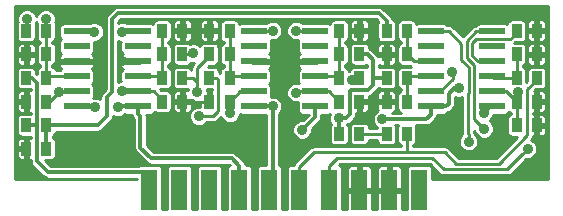
<source format=gtl>
G04 #@! TF.FileFunction,Copper,L1,Top,Signal*
%FSLAX46Y46*%
G04 Gerber Fmt 4.6, Leading zero omitted, Abs format (unit mm)*
G04 Created by KiCad (PCBNEW (2015-11-11 BZR 6310, Git 8f79b4f)-product) date 2015-11-18 1:22:02 PM*
%MOMM*%
G01*
G04 APERTURE LIST*
%ADD10C,0.150000*%
%ADD11R,1.350000X3.500000*%
%ADD12R,2.199640X0.599440*%
%ADD13R,0.812800X1.143000*%
%ADD14C,0.889000*%
%ADD15C,0.304800*%
%ADD16C,0.254000*%
G04 APERTURE END LIST*
D10*
D11*
X106570000Y-99000000D03*
X109110000Y-99000000D03*
X111650000Y-99000000D03*
X114190000Y-99000000D03*
X116730000Y-99000000D03*
X119270000Y-99000000D03*
X121810000Y-99000000D03*
X124350000Y-99000000D03*
X126890000Y-99000000D03*
X129430000Y-99000000D03*
D12*
X130401580Y-85555000D03*
X130401580Y-86825000D03*
X130401580Y-88095000D03*
X130401580Y-89365000D03*
X130401580Y-90635000D03*
X130401580Y-91905000D03*
X135598420Y-91905000D03*
X135598420Y-90635000D03*
X135598420Y-89365000D03*
X135598420Y-88095000D03*
X135598420Y-86825000D03*
X135598420Y-85555000D03*
X115401580Y-85555000D03*
X115401580Y-86825000D03*
X115401580Y-88095000D03*
X115401580Y-89365000D03*
X115401580Y-90635000D03*
X115401580Y-91905000D03*
X120598420Y-91905000D03*
X120598420Y-90635000D03*
X120598420Y-89365000D03*
X120598420Y-88095000D03*
X120598420Y-86825000D03*
X120598420Y-85555000D03*
X100401580Y-85555000D03*
X100401580Y-86825000D03*
X100401580Y-88095000D03*
X100401580Y-89365000D03*
X100401580Y-90635000D03*
X100401580Y-91905000D03*
X105598420Y-91905000D03*
X105598420Y-90635000D03*
X105598420Y-89365000D03*
X105598420Y-88095000D03*
X105598420Y-86825000D03*
X105598420Y-85555000D03*
D13*
X122649100Y-94250000D03*
X124350900Y-94250000D03*
X137649100Y-93500000D03*
X139350900Y-93500000D03*
X122649100Y-91500000D03*
X124350900Y-91500000D03*
X113350900Y-91500000D03*
X111649100Y-91500000D03*
X107649100Y-91500000D03*
X109350900Y-91500000D03*
X97850900Y-91500000D03*
X96149100Y-91500000D03*
X128350900Y-94250000D03*
X126649100Y-94250000D03*
X96149100Y-95500000D03*
X97850900Y-95500000D03*
X126649100Y-85500000D03*
X128350900Y-85500000D03*
X137649100Y-91500000D03*
X139350900Y-91500000D03*
X137649100Y-85500000D03*
X139350900Y-85500000D03*
X137649100Y-87500000D03*
X139350900Y-87500000D03*
X137649100Y-89500000D03*
X139350900Y-89500000D03*
X126649100Y-91500000D03*
X128350900Y-91500000D03*
X128350900Y-87500000D03*
X126649100Y-87500000D03*
X128350900Y-89500000D03*
X126649100Y-89500000D03*
X96149100Y-93500000D03*
X97850900Y-93500000D03*
X124350900Y-87500000D03*
X122649100Y-87500000D03*
X124350900Y-85500000D03*
X122649100Y-85500000D03*
X122649100Y-89500000D03*
X124350900Y-89500000D03*
X111649100Y-89500000D03*
X113350900Y-89500000D03*
X111649100Y-85500000D03*
X113350900Y-85500000D03*
X113350900Y-87500000D03*
X111649100Y-87500000D03*
X109350900Y-89500000D03*
X107649100Y-89500000D03*
X109350900Y-85500000D03*
X107649100Y-85500000D03*
X107649100Y-87500000D03*
X109350900Y-87500000D03*
X96149100Y-85500000D03*
X97850900Y-85500000D03*
X96149100Y-87500000D03*
X97850900Y-87500000D03*
X96149100Y-89500000D03*
X97850900Y-89500000D03*
D14*
X119500000Y-93900000D03*
X134858233Y-92443895D03*
X103900000Y-92000000D03*
X117000000Y-91900000D03*
X132781200Y-90359875D03*
X126300000Y-92979998D03*
X101999992Y-92000000D03*
X103250000Y-95250000D03*
X110500000Y-85500000D03*
X135250000Y-95500000D03*
X132782024Y-91525280D03*
X125500000Y-91500000D03*
X102200000Y-88100000D03*
X104250920Y-88100000D03*
X118100000Y-96600000D03*
X107200000Y-95200000D03*
X115400000Y-96600000D03*
X125500000Y-85500000D03*
X118000000Y-87900000D03*
X131900000Y-84200000D03*
X109400000Y-92800000D03*
X133600000Y-94900000D03*
X134900000Y-93800002D03*
X138600000Y-95500000D03*
X122600000Y-92900000D03*
X98900000Y-90700000D03*
X104250920Y-90600000D03*
X113400000Y-92500000D03*
X119000000Y-90750000D03*
X137800000Y-90719202D03*
X132200000Y-88994802D03*
X97800000Y-84500000D03*
X110300000Y-87400000D03*
X96199996Y-84500000D03*
X101900000Y-85600000D03*
X110633723Y-90707870D03*
X104250920Y-85600000D03*
X110750000Y-92750000D03*
X123703212Y-89671179D03*
X117000008Y-85500000D03*
X119000000Y-85500000D03*
D15*
X119944499Y-93455501D02*
X119500000Y-93900000D01*
X120598420Y-92801580D02*
X119944499Y-93455501D01*
X120598420Y-91905000D02*
X120598420Y-92801580D01*
X105598420Y-91905000D02*
X105598420Y-92509520D01*
X105598420Y-92509520D02*
X105800000Y-92711100D01*
X105800000Y-92711100D02*
X105800000Y-95400000D01*
X114190000Y-99000000D02*
X114190000Y-96945200D01*
X114190000Y-96945200D02*
X113544800Y-96300000D01*
X113544800Y-96300000D02*
X106700000Y-96300000D01*
X106700000Y-96300000D02*
X105800000Y-95400000D01*
X135302732Y-91999396D02*
X134858233Y-92443895D01*
X135598420Y-91905000D02*
X135397128Y-91905000D01*
X135397128Y-91905000D02*
X135302732Y-91999396D01*
X106344678Y-91905000D02*
X105598420Y-91905000D01*
X103995000Y-91905000D02*
X103900000Y-92000000D01*
X105598420Y-91905000D02*
X103995000Y-91905000D01*
X117000000Y-92528617D02*
X117000000Y-91900000D01*
X117000000Y-96000000D02*
X117000000Y-92528617D01*
X117000000Y-97655000D02*
X117000000Y-96000000D01*
X116995000Y-91905000D02*
X117000000Y-91900000D01*
X116730000Y-97925000D02*
X117000000Y-97655000D01*
X116730000Y-99000000D02*
X116730000Y-97925000D01*
X115401580Y-91905000D02*
X116995000Y-91905000D01*
X130401580Y-91905000D02*
X131695000Y-91905000D01*
X131695000Y-91905000D02*
X131907801Y-91692199D01*
X131907801Y-91692199D02*
X131907801Y-90832865D01*
X131907801Y-90832865D02*
X132380791Y-90359875D01*
X132380791Y-90359875D02*
X132781200Y-90359875D01*
X126300000Y-92979998D02*
X130020002Y-92979998D01*
X130020002Y-92979998D02*
X130401580Y-92598420D01*
X130401580Y-92598420D02*
X130401580Y-91905000D01*
X101904992Y-91905000D02*
X101999992Y-92000000D01*
X100401580Y-91905000D02*
X101904992Y-91905000D01*
D16*
X109350900Y-85500000D02*
X110500000Y-85500000D01*
X134805501Y-95944499D02*
X135250000Y-95500000D01*
X132844499Y-95944499D02*
X134805501Y-95944499D01*
X132782024Y-95882024D02*
X132844499Y-95944499D01*
X132782024Y-91525280D02*
X132782024Y-95882024D01*
X111649100Y-91500000D02*
X109350900Y-91500000D01*
X115400000Y-96600000D02*
X112324702Y-93524702D01*
X112324702Y-93524702D02*
X110124702Y-93524702D01*
X110124702Y-93524702D02*
X109844499Y-93244499D01*
X109844499Y-93244499D02*
X109400000Y-92800000D01*
X125500000Y-91500000D02*
X126649100Y-91500000D01*
X124350900Y-91500000D02*
X125500000Y-91500000D01*
X102195000Y-88095000D02*
X102200000Y-88100000D01*
X100401580Y-88095000D02*
X102195000Y-88095000D01*
X105593420Y-88100000D02*
X104879537Y-88100000D01*
X104879537Y-88100000D02*
X104250920Y-88100000D01*
X105598420Y-88095000D02*
X105593420Y-88100000D01*
X109400000Y-92800000D02*
X107200000Y-95000000D01*
X107200000Y-95000000D02*
X107200000Y-95200000D01*
X124350900Y-85500000D02*
X125500000Y-85500000D01*
X120598420Y-88095000D02*
X118195000Y-88095000D01*
X118195000Y-88095000D02*
X118000000Y-87900000D01*
X109350900Y-91500000D02*
X109350900Y-92750900D01*
X109350900Y-92750900D02*
X109400000Y-92800000D01*
X138574701Y-90441299D02*
X139350900Y-89665100D01*
X138574701Y-94325299D02*
X138574701Y-90441299D01*
X128300000Y-95800000D02*
X131553440Y-95800000D01*
X139350900Y-89665100D02*
X139350900Y-89500000D01*
X131553440Y-95800000D02*
X132528142Y-96774702D01*
X136125298Y-96774702D02*
X138574701Y-94325299D01*
X132528142Y-96774702D02*
X136125298Y-96774702D01*
X128350900Y-94000000D02*
X128350900Y-95749100D01*
X128350900Y-95749100D02*
X128300000Y-95800000D01*
X120466000Y-95800000D02*
X128300000Y-95800000D01*
X119270000Y-96996000D02*
X120466000Y-95800000D01*
X119270000Y-99000000D02*
X119270000Y-96996000D01*
X130401580Y-85555000D02*
X131955000Y-85555000D01*
X132985578Y-86585578D02*
X132985578Y-87978764D01*
X131955000Y-85555000D02*
X132985578Y-86585578D01*
X132985578Y-87978764D02*
X133606701Y-88599887D01*
X133606701Y-88599887D02*
X133606701Y-90766739D01*
X133606701Y-90766739D02*
X133575506Y-90797934D01*
X133575506Y-90797934D02*
X133575506Y-94246889D01*
X133575506Y-94246889D02*
X133600000Y-94271383D01*
X133600000Y-94271383D02*
X133600000Y-94900000D01*
X134063912Y-88410505D02*
X134063912Y-90956121D01*
X133442789Y-86340136D02*
X133442789Y-87789382D01*
X134032717Y-92932719D02*
X134455501Y-93355503D01*
X134455501Y-93355503D02*
X134900000Y-93800002D01*
X135598420Y-85555000D02*
X134227925Y-85555000D01*
X134227925Y-85555000D02*
X133442789Y-86340136D01*
X134063912Y-90956121D02*
X134032717Y-90987316D01*
X134032717Y-90987316D02*
X134032717Y-92932719D01*
X133442789Y-87789382D02*
X134063912Y-88410505D01*
X121810000Y-99000000D02*
X121810000Y-96940000D01*
X121810000Y-96940000D02*
X122492789Y-96257211D01*
X122492789Y-96257211D02*
X130510619Y-96257211D01*
X130510619Y-96257211D02*
X131485321Y-97231913D01*
X131485321Y-97231913D02*
X136868087Y-97231913D01*
X136868087Y-97231913D02*
X138155501Y-95944499D01*
X138155501Y-95944499D02*
X138600000Y-95500000D01*
D15*
X97038099Y-89938099D02*
X97038099Y-93500000D01*
X97038099Y-93500000D02*
X97038099Y-96538099D01*
X96149100Y-93500000D02*
X97038099Y-93500000D01*
X96149100Y-89500000D02*
X96600000Y-89500000D01*
X96600000Y-89500000D02*
X97038099Y-89938099D01*
X97038099Y-96538099D02*
X98000000Y-97500000D01*
X98000000Y-97500000D02*
X106100000Y-97500000D01*
X106100000Y-97500000D02*
X106570000Y-97970000D01*
X106570000Y-97970000D02*
X106570000Y-99000000D01*
X123538099Y-90603379D02*
X123538099Y-92590518D01*
X123228617Y-92900000D02*
X122600000Y-92900000D01*
X123538099Y-92590518D02*
X123228617Y-92900000D01*
X125499998Y-89500000D02*
X125499998Y-90104522D01*
X125082421Y-90522099D02*
X123619379Y-90522099D01*
X123619379Y-90522099D02*
X123538099Y-90603379D01*
X125499998Y-90104522D02*
X125082421Y-90522099D01*
X122600000Y-93950900D02*
X122600000Y-93528617D01*
X122600000Y-93528617D02*
X122600000Y-92900000D01*
X122649100Y-94000000D02*
X122600000Y-93950900D01*
X124350900Y-87500000D02*
X125062100Y-87500000D01*
X125062100Y-87500000D02*
X125500000Y-87937900D01*
X125500000Y-87937900D02*
X125500000Y-89499998D01*
X125500000Y-89499998D02*
X125499998Y-89500000D01*
X126649100Y-89500000D02*
X125937900Y-89500000D01*
X125937900Y-89500000D02*
X125499998Y-89500000D01*
X126649100Y-89500000D02*
X126649100Y-89087000D01*
X126649100Y-89500000D02*
X126649100Y-89334900D01*
D16*
X97850900Y-91500000D02*
X98100000Y-91500000D01*
X98100000Y-91500000D02*
X98900000Y-90700000D01*
X100401580Y-90635000D02*
X98965000Y-90635000D01*
X98965000Y-90635000D02*
X98900000Y-90700000D01*
X100536580Y-90500000D02*
X100621383Y-90500000D01*
X100401580Y-90635000D02*
X100536580Y-90500000D01*
X105598420Y-90635000D02*
X105563420Y-90600000D01*
X105563420Y-90600000D02*
X104879537Y-90600000D01*
X104879537Y-90600000D02*
X104250920Y-90600000D01*
X105598420Y-90635000D02*
X106949200Y-90635000D01*
X106949200Y-90635000D02*
X107649100Y-91334900D01*
X107649100Y-91334900D02*
X107649100Y-91500000D01*
X113350900Y-91500000D02*
X113350900Y-92450900D01*
X113350900Y-92450900D02*
X113400000Y-92500000D01*
X115401580Y-90635000D02*
X114215900Y-90635000D01*
X114215900Y-90635000D02*
X113350900Y-91500000D01*
X119115000Y-90635000D02*
X119000000Y-90750000D01*
X120598420Y-90635000D02*
X119115000Y-90635000D01*
X122597370Y-91551730D02*
X122597370Y-91835619D01*
X122649100Y-91500000D02*
X122597370Y-91551730D01*
X122597370Y-91835619D02*
X122575743Y-91857246D01*
X120598420Y-90635000D02*
X121784100Y-90635000D01*
X121784100Y-90635000D02*
X122649100Y-91500000D01*
X137800000Y-90719202D02*
X137800000Y-91349100D01*
X137800000Y-91349100D02*
X137649100Y-91500000D01*
X135561130Y-90597710D02*
X135467249Y-90597710D01*
X135467249Y-90597710D02*
X134838632Y-90597710D01*
X135598420Y-90635000D02*
X135561130Y-90597710D01*
X137649100Y-91500000D02*
X136784100Y-90635000D01*
X136784100Y-90635000D02*
X135598420Y-90635000D01*
X137649100Y-91500000D02*
X137649100Y-93500000D01*
X132250000Y-89044802D02*
X132200000Y-88994802D01*
X132250000Y-89250000D02*
X132250000Y-89044802D01*
X132250000Y-89586680D02*
X132250000Y-89250000D01*
X97850900Y-85500000D02*
X97850900Y-84550900D01*
X97850900Y-84550900D02*
X97800000Y-84500000D01*
X130401580Y-90635000D02*
X131201680Y-90635000D01*
X131201680Y-90635000D02*
X132250000Y-89586680D01*
X132250000Y-89586680D02*
X132250000Y-89500000D01*
X97850900Y-87500000D02*
X97850900Y-89500000D01*
X100401580Y-89365000D02*
X97985900Y-89365000D01*
X97985900Y-89365000D02*
X97850900Y-89500000D01*
X97850900Y-85500000D02*
X97850900Y-87500000D01*
X110194988Y-87400000D02*
X110300000Y-87400000D01*
X110150489Y-87444499D02*
X110194988Y-87400000D01*
X96149100Y-85500000D02*
X96149100Y-84550896D01*
X96149100Y-84550896D02*
X96199996Y-84500000D01*
X109350900Y-87500000D02*
X110094988Y-87500000D01*
X101855000Y-85555000D02*
X101900000Y-85600000D01*
X100401580Y-85555000D02*
X101855000Y-85555000D01*
X105598420Y-89365000D02*
X107514100Y-89365000D01*
X107514100Y-89365000D02*
X107649100Y-89500000D01*
X107649100Y-87500000D02*
X107649100Y-89500000D01*
X107649100Y-85500000D02*
X107649100Y-87500000D01*
X109350900Y-89500000D02*
X110250000Y-89500000D01*
X110250000Y-89500000D02*
X110633723Y-89883723D01*
X110633723Y-89883723D02*
X110633723Y-90707870D01*
X110633723Y-88680477D02*
X110633723Y-90707870D01*
X111649100Y-87665100D02*
X110633723Y-88680477D01*
X111649100Y-87500000D02*
X111649100Y-87665100D01*
X105598420Y-85555000D02*
X105553420Y-85600000D01*
X105553420Y-85600000D02*
X104879537Y-85600000D01*
X104879537Y-85600000D02*
X104250920Y-85600000D01*
X115401580Y-89365000D02*
X113485900Y-89365000D01*
X113485900Y-89365000D02*
X113350900Y-89500000D01*
X113350900Y-85500000D02*
X113350900Y-87500000D01*
X113350900Y-89500000D02*
X113350900Y-87500000D01*
X111649100Y-89500000D02*
X112250000Y-89500000D01*
X111971362Y-92750000D02*
X111378617Y-92750000D01*
X112250000Y-89500000D02*
X112385701Y-89635701D01*
X111378617Y-92750000D02*
X110750000Y-92750000D01*
X112385701Y-89635701D02*
X112385701Y-92335661D01*
X112385701Y-92335661D02*
X111971362Y-92750000D01*
X124350900Y-89652108D02*
X124331829Y-89671179D01*
X124350900Y-89500000D02*
X124350900Y-89652108D01*
X124331829Y-89671179D02*
X123703212Y-89671179D01*
X116945008Y-85555000D02*
X117000008Y-85500000D01*
X115401580Y-85555000D02*
X116945008Y-85555000D01*
X120598420Y-89365000D02*
X122514100Y-89365000D01*
X122514100Y-89365000D02*
X122649100Y-89500000D01*
X122649100Y-87500000D02*
X122649100Y-89500000D01*
X122649100Y-85500000D02*
X122649100Y-87500000D01*
X119055000Y-85555000D02*
X119000000Y-85500000D01*
X120598420Y-85555000D02*
X119055000Y-85555000D01*
D15*
X97850900Y-93500000D02*
X97850900Y-95500000D01*
X126649100Y-85500000D02*
X126649100Y-84649100D01*
X126649100Y-84649100D02*
X126000000Y-84000000D01*
X103400000Y-84500000D02*
X103400000Y-90659334D01*
X102949098Y-92750902D02*
X102200000Y-93500000D01*
X126000000Y-84000000D02*
X103900000Y-84000000D01*
X103900000Y-84000000D02*
X103400000Y-84500000D01*
X103400000Y-90659334D02*
X102949098Y-91110236D01*
X102949098Y-91110236D02*
X102949098Y-92750902D01*
X102200000Y-93500000D02*
X100250000Y-93500000D01*
X100250000Y-93500000D02*
X97850900Y-93500000D01*
D16*
X128350900Y-89500000D02*
X128350900Y-91500000D01*
X130401580Y-89365000D02*
X128485900Y-89365000D01*
X128485900Y-89365000D02*
X128350900Y-89500000D01*
X128945900Y-88095000D02*
X128350900Y-87500000D01*
X130401580Y-88095000D02*
X128945900Y-88095000D01*
X128350900Y-87500000D02*
X128350900Y-85500000D01*
X137649100Y-87500000D02*
X137649100Y-89500000D01*
X137649100Y-89500000D02*
X135733420Y-89500000D01*
X135733420Y-89500000D02*
X135598420Y-89365000D01*
X137649100Y-85500000D02*
X137649100Y-85650900D01*
X137649100Y-85650900D02*
X137115079Y-86184921D01*
X137115079Y-86184921D02*
X134244597Y-86184921D01*
X134395000Y-88095000D02*
X135598420Y-88095000D01*
X134244597Y-86184921D02*
X133900000Y-86529518D01*
X133900000Y-86529518D02*
X133900000Y-87600000D01*
X133900000Y-87600000D02*
X134395000Y-88095000D01*
X124350900Y-94250000D02*
X126649100Y-94250000D01*
G36*
X140319000Y-98069000D02*
X130500000Y-98069000D01*
X130493464Y-98070300D01*
X130493464Y-97250000D01*
X130466897Y-97108810D01*
X130383454Y-96979135D01*
X130256134Y-96892141D01*
X130105000Y-96861536D01*
X128755000Y-96861536D01*
X128613810Y-96888103D01*
X128484135Y-96971546D01*
X128397141Y-97098866D01*
X128366536Y-97250000D01*
X128366536Y-100569000D01*
X127946000Y-100569000D01*
X127946000Y-99222250D01*
X127850750Y-99127000D01*
X127017000Y-99127000D01*
X127017000Y-99147000D01*
X126763000Y-99147000D01*
X126763000Y-99127000D01*
X125929250Y-99127000D01*
X125834000Y-99222250D01*
X125834000Y-100569000D01*
X125406000Y-100569000D01*
X125406000Y-99222250D01*
X125310750Y-99127000D01*
X124477000Y-99127000D01*
X124477000Y-99147000D01*
X124223000Y-99147000D01*
X124223000Y-99127000D01*
X123389250Y-99127000D01*
X123294000Y-99222250D01*
X123294000Y-100569000D01*
X122873464Y-100569000D01*
X122873464Y-97250000D01*
X122859204Y-97174215D01*
X123294000Y-97174215D01*
X123294000Y-98777750D01*
X123389250Y-98873000D01*
X124223000Y-98873000D01*
X124223000Y-96964250D01*
X124477000Y-96964250D01*
X124477000Y-98873000D01*
X125310750Y-98873000D01*
X125406000Y-98777750D01*
X125406000Y-97174215D01*
X125834000Y-97174215D01*
X125834000Y-98777750D01*
X125929250Y-98873000D01*
X126763000Y-98873000D01*
X126763000Y-96964250D01*
X127017000Y-96964250D01*
X127017000Y-98873000D01*
X127850750Y-98873000D01*
X127946000Y-98777750D01*
X127946000Y-97174215D01*
X127887996Y-97034181D01*
X127780820Y-96927004D01*
X127640786Y-96869000D01*
X127112250Y-96869000D01*
X127017000Y-96964250D01*
X126763000Y-96964250D01*
X126667750Y-96869000D01*
X126139214Y-96869000D01*
X125999180Y-96927004D01*
X125892004Y-97034181D01*
X125834000Y-97174215D01*
X125406000Y-97174215D01*
X125347996Y-97034181D01*
X125240820Y-96927004D01*
X125100786Y-96869000D01*
X124572250Y-96869000D01*
X124477000Y-96964250D01*
X124223000Y-96964250D01*
X124127750Y-96869000D01*
X123599214Y-96869000D01*
X123459180Y-96927004D01*
X123352004Y-97034181D01*
X123294000Y-97174215D01*
X122859204Y-97174215D01*
X122846897Y-97108810D01*
X122763454Y-96979135D01*
X122636134Y-96892141D01*
X122586359Y-96882061D01*
X122703210Y-96765211D01*
X130300199Y-96765211D01*
X131126111Y-97591123D01*
X131290918Y-97701244D01*
X131485321Y-97739913D01*
X136868087Y-97739913D01*
X137062490Y-97701244D01*
X137227297Y-97591123D01*
X138493013Y-96325407D01*
X138763482Y-96325643D01*
X139066998Y-96200233D01*
X139299417Y-95968219D01*
X139425357Y-95664923D01*
X139425643Y-95336518D01*
X139300233Y-95033002D01*
X139068219Y-94800583D01*
X138891300Y-94727120D01*
X138933911Y-94684509D01*
X139044032Y-94519702D01*
X139057399Y-94452500D01*
X139128650Y-94452500D01*
X139223900Y-94357250D01*
X139223900Y-93627000D01*
X139477900Y-93627000D01*
X139477900Y-94357250D01*
X139573150Y-94452500D01*
X139833086Y-94452500D01*
X139973120Y-94394496D01*
X140080296Y-94287319D01*
X140138300Y-94147285D01*
X140138300Y-93722250D01*
X140043050Y-93627000D01*
X139477900Y-93627000D01*
X139223900Y-93627000D01*
X139203900Y-93627000D01*
X139203900Y-93373000D01*
X139223900Y-93373000D01*
X139223900Y-92642750D01*
X139477900Y-92642750D01*
X139477900Y-93373000D01*
X140043050Y-93373000D01*
X140138300Y-93277750D01*
X140138300Y-92852715D01*
X140080296Y-92712681D01*
X139973120Y-92605504D01*
X139833086Y-92547500D01*
X139573150Y-92547500D01*
X139477900Y-92642750D01*
X139223900Y-92642750D01*
X139128650Y-92547500D01*
X139082701Y-92547500D01*
X139082701Y-92452500D01*
X139128650Y-92452500D01*
X139223900Y-92357250D01*
X139223900Y-91627000D01*
X139477900Y-91627000D01*
X139477900Y-92357250D01*
X139573150Y-92452500D01*
X139833086Y-92452500D01*
X139973120Y-92394496D01*
X140080296Y-92287319D01*
X140138300Y-92147285D01*
X140138300Y-91722250D01*
X140043050Y-91627000D01*
X139477900Y-91627000D01*
X139223900Y-91627000D01*
X139203900Y-91627000D01*
X139203900Y-91373000D01*
X139223900Y-91373000D01*
X139223900Y-90642750D01*
X139477900Y-90642750D01*
X139477900Y-91373000D01*
X140043050Y-91373000D01*
X140138300Y-91277750D01*
X140138300Y-90852715D01*
X140080296Y-90712681D01*
X139973120Y-90605504D01*
X139833086Y-90547500D01*
X139573150Y-90547500D01*
X139477900Y-90642750D01*
X139223900Y-90642750D01*
X139157785Y-90576635D01*
X139274456Y-90459964D01*
X139757300Y-90459964D01*
X139898490Y-90433397D01*
X140028165Y-90349954D01*
X140115159Y-90222634D01*
X140145764Y-90071500D01*
X140145764Y-88928500D01*
X140119197Y-88787310D01*
X140035754Y-88657635D01*
X139908434Y-88570641D01*
X139757300Y-88540036D01*
X138944500Y-88540036D01*
X138803310Y-88566603D01*
X138673635Y-88650046D01*
X138586641Y-88777366D01*
X138556036Y-88928500D01*
X138556036Y-89741544D01*
X138443964Y-89853616D01*
X138443964Y-88928500D01*
X138417397Y-88787310D01*
X138333954Y-88657635D01*
X138206634Y-88570641D01*
X138157100Y-88560610D01*
X138157100Y-88440846D01*
X138196690Y-88433397D01*
X138326365Y-88349954D01*
X138413359Y-88222634D01*
X138443964Y-88071500D01*
X138443964Y-87722250D01*
X138563500Y-87722250D01*
X138563500Y-88147285D01*
X138621504Y-88287319D01*
X138728680Y-88394496D01*
X138868714Y-88452500D01*
X139128650Y-88452500D01*
X139223900Y-88357250D01*
X139223900Y-87627000D01*
X139477900Y-87627000D01*
X139477900Y-88357250D01*
X139573150Y-88452500D01*
X139833086Y-88452500D01*
X139973120Y-88394496D01*
X140080296Y-88287319D01*
X140138300Y-88147285D01*
X140138300Y-87722250D01*
X140043050Y-87627000D01*
X139477900Y-87627000D01*
X139223900Y-87627000D01*
X138658750Y-87627000D01*
X138563500Y-87722250D01*
X138443964Y-87722250D01*
X138443964Y-86928500D01*
X138429704Y-86852715D01*
X138563500Y-86852715D01*
X138563500Y-87277750D01*
X138658750Y-87373000D01*
X139223900Y-87373000D01*
X139223900Y-86642750D01*
X139477900Y-86642750D01*
X139477900Y-87373000D01*
X140043050Y-87373000D01*
X140138300Y-87277750D01*
X140138300Y-86852715D01*
X140080296Y-86712681D01*
X139973120Y-86605504D01*
X139833086Y-86547500D01*
X139573150Y-86547500D01*
X139477900Y-86642750D01*
X139223900Y-86642750D01*
X139128650Y-86547500D01*
X138868714Y-86547500D01*
X138728680Y-86605504D01*
X138621504Y-86712681D01*
X138563500Y-86852715D01*
X138429704Y-86852715D01*
X138417397Y-86787310D01*
X138333954Y-86657635D01*
X138206634Y-86570641D01*
X138055500Y-86540036D01*
X137478384Y-86540036D01*
X137558456Y-86459964D01*
X138055500Y-86459964D01*
X138196690Y-86433397D01*
X138326365Y-86349954D01*
X138413359Y-86222634D01*
X138443964Y-86071500D01*
X138443964Y-85722250D01*
X138563500Y-85722250D01*
X138563500Y-86147285D01*
X138621504Y-86287319D01*
X138728680Y-86394496D01*
X138868714Y-86452500D01*
X139128650Y-86452500D01*
X139223900Y-86357250D01*
X139223900Y-85627000D01*
X139477900Y-85627000D01*
X139477900Y-86357250D01*
X139573150Y-86452500D01*
X139833086Y-86452500D01*
X139973120Y-86394496D01*
X140080296Y-86287319D01*
X140138300Y-86147285D01*
X140138300Y-85722250D01*
X140043050Y-85627000D01*
X139477900Y-85627000D01*
X139223900Y-85627000D01*
X138658750Y-85627000D01*
X138563500Y-85722250D01*
X138443964Y-85722250D01*
X138443964Y-84928500D01*
X138429704Y-84852715D01*
X138563500Y-84852715D01*
X138563500Y-85277750D01*
X138658750Y-85373000D01*
X139223900Y-85373000D01*
X139223900Y-84642750D01*
X139477900Y-84642750D01*
X139477900Y-85373000D01*
X140043050Y-85373000D01*
X140138300Y-85277750D01*
X140138300Y-84852715D01*
X140080296Y-84712681D01*
X139973120Y-84605504D01*
X139833086Y-84547500D01*
X139573150Y-84547500D01*
X139477900Y-84642750D01*
X139223900Y-84642750D01*
X139128650Y-84547500D01*
X138868714Y-84547500D01*
X138728680Y-84605504D01*
X138621504Y-84712681D01*
X138563500Y-84852715D01*
X138429704Y-84852715D01*
X138417397Y-84787310D01*
X138333954Y-84657635D01*
X138206634Y-84570641D01*
X138055500Y-84540036D01*
X137242700Y-84540036D01*
X137101510Y-84566603D01*
X136971835Y-84650046D01*
X136884841Y-84777366D01*
X136859174Y-84904117D01*
X136849374Y-84897421D01*
X136698240Y-84866816D01*
X134498600Y-84866816D01*
X134357410Y-84893383D01*
X134227735Y-84976826D01*
X134172216Y-85058081D01*
X134033522Y-85085669D01*
X133868715Y-85195790D01*
X133091463Y-85973042D01*
X132314210Y-85195790D01*
X132149403Y-85085669D01*
X131955000Y-85047000D01*
X131820126Y-85047000D01*
X131779854Y-84984415D01*
X131652534Y-84897421D01*
X131501400Y-84866816D01*
X129301760Y-84866816D01*
X129160570Y-84893383D01*
X129141469Y-84905674D01*
X129119197Y-84787310D01*
X129035754Y-84657635D01*
X128908434Y-84570641D01*
X128757300Y-84540036D01*
X127944500Y-84540036D01*
X127803310Y-84566603D01*
X127673635Y-84650046D01*
X127586641Y-84777366D01*
X127556036Y-84928500D01*
X127556036Y-86071500D01*
X127582603Y-86212690D01*
X127666046Y-86342365D01*
X127793366Y-86429359D01*
X127842900Y-86439390D01*
X127842900Y-86559154D01*
X127803310Y-86566603D01*
X127673635Y-86650046D01*
X127586641Y-86777366D01*
X127556036Y-86928500D01*
X127556036Y-88071500D01*
X127582603Y-88212690D01*
X127666046Y-88342365D01*
X127793366Y-88429359D01*
X127944500Y-88459964D01*
X128595301Y-88459964D01*
X128715136Y-88540036D01*
X127944500Y-88540036D01*
X127803310Y-88566603D01*
X127673635Y-88650046D01*
X127586641Y-88777366D01*
X127556036Y-88928500D01*
X127556036Y-90071500D01*
X127582603Y-90212690D01*
X127666046Y-90342365D01*
X127793366Y-90429359D01*
X127842900Y-90439390D01*
X127842900Y-90559154D01*
X127803310Y-90566603D01*
X127673635Y-90650046D01*
X127586641Y-90777366D01*
X127556036Y-90928500D01*
X127556036Y-92071500D01*
X127582603Y-92212690D01*
X127666046Y-92342365D01*
X127793366Y-92429359D01*
X127878496Y-92446598D01*
X127145535Y-92446598D01*
X127271320Y-92394496D01*
X127378496Y-92287319D01*
X127436500Y-92147285D01*
X127436500Y-91722250D01*
X127341250Y-91627000D01*
X126776100Y-91627000D01*
X126776100Y-91647000D01*
X126522100Y-91647000D01*
X126522100Y-91627000D01*
X125956950Y-91627000D01*
X125861700Y-91722250D01*
X125861700Y-92147285D01*
X125904362Y-92250280D01*
X125833002Y-92279765D01*
X125600583Y-92511779D01*
X125474643Y-92815075D01*
X125474357Y-93143480D01*
X125599767Y-93446996D01*
X125831781Y-93679415D01*
X125854236Y-93688739D01*
X125854236Y-93742000D01*
X125145764Y-93742000D01*
X125145764Y-93678500D01*
X125119197Y-93537310D01*
X125035754Y-93407635D01*
X124908434Y-93320641D01*
X124757300Y-93290036D01*
X123944500Y-93290036D01*
X123803310Y-93316603D01*
X123673635Y-93400046D01*
X123586641Y-93527366D01*
X123556036Y-93678500D01*
X123556036Y-94821500D01*
X123582603Y-94962690D01*
X123666046Y-95092365D01*
X123793366Y-95179359D01*
X123944500Y-95209964D01*
X124757300Y-95209964D01*
X124898490Y-95183397D01*
X125028165Y-95099954D01*
X125115159Y-94972634D01*
X125145764Y-94821500D01*
X125145764Y-94758000D01*
X125854236Y-94758000D01*
X125854236Y-94821500D01*
X125880803Y-94962690D01*
X125964246Y-95092365D01*
X126091566Y-95179359D01*
X126242700Y-95209964D01*
X127055500Y-95209964D01*
X127196690Y-95183397D01*
X127326365Y-95099954D01*
X127413359Y-94972634D01*
X127443964Y-94821500D01*
X127443964Y-93678500D01*
X127417397Y-93537310D01*
X127402010Y-93513398D01*
X127596185Y-93513398D01*
X127586641Y-93527366D01*
X127556036Y-93678500D01*
X127556036Y-94821500D01*
X127582603Y-94962690D01*
X127666046Y-95092365D01*
X127793366Y-95179359D01*
X127842900Y-95189390D01*
X127842900Y-95292000D01*
X120466000Y-95292000D01*
X120303850Y-95324254D01*
X120271596Y-95330669D01*
X120106789Y-95440790D01*
X118910790Y-96636790D01*
X118800669Y-96801597D01*
X118788746Y-96861536D01*
X118595000Y-96861536D01*
X118453810Y-96888103D01*
X118324135Y-96971546D01*
X118237141Y-97098866D01*
X118206536Y-97250000D01*
X118206536Y-100569000D01*
X117793464Y-100569000D01*
X117793464Y-97250000D01*
X117766897Y-97108810D01*
X117683454Y-96979135D01*
X117556134Y-96892141D01*
X117533400Y-96887537D01*
X117533400Y-92533947D01*
X117699417Y-92368219D01*
X117825357Y-92064923D01*
X117825643Y-91736518D01*
X117700233Y-91433002D01*
X117468219Y-91200583D01*
X117164923Y-91074643D01*
X116861583Y-91074379D01*
X116889864Y-90934720D01*
X116889864Y-90335280D01*
X116863297Y-90194090D01*
X116779854Y-90064415D01*
X116684791Y-89999461D01*
X116772265Y-89943174D01*
X116859259Y-89815854D01*
X116889864Y-89664720D01*
X116889864Y-89065280D01*
X116863297Y-88924090D01*
X116779854Y-88794415D01*
X116686328Y-88730511D01*
X116717219Y-88717716D01*
X116824396Y-88610540D01*
X116882400Y-88470506D01*
X116882400Y-88317250D01*
X116787150Y-88222000D01*
X115528580Y-88222000D01*
X115528580Y-88242000D01*
X115274580Y-88242000D01*
X115274580Y-88222000D01*
X115254580Y-88222000D01*
X115254580Y-87968000D01*
X115274580Y-87968000D01*
X115274580Y-87948000D01*
X115528580Y-87948000D01*
X115528580Y-87968000D01*
X116787150Y-87968000D01*
X116882400Y-87872750D01*
X116882400Y-87719494D01*
X116824396Y-87579460D01*
X116717219Y-87472284D01*
X116685367Y-87459091D01*
X116772265Y-87403174D01*
X116859259Y-87275854D01*
X116889864Y-87124720D01*
X116889864Y-86525280D01*
X116863297Y-86384090D01*
X116822010Y-86319928D01*
X116835085Y-86325357D01*
X117163490Y-86325643D01*
X117467006Y-86200233D01*
X117699425Y-85968219D01*
X117825365Y-85664923D01*
X117825366Y-85663482D01*
X118174357Y-85663482D01*
X118299767Y-85966998D01*
X118531781Y-86199417D01*
X118835077Y-86325357D01*
X119163482Y-86325643D01*
X119177973Y-86319656D01*
X119140741Y-86374146D01*
X119110136Y-86525280D01*
X119110136Y-87124720D01*
X119136703Y-87265910D01*
X119220146Y-87395585D01*
X119313672Y-87459489D01*
X119282781Y-87472284D01*
X119175604Y-87579460D01*
X119117600Y-87719494D01*
X119117600Y-87872750D01*
X119212850Y-87968000D01*
X120471420Y-87968000D01*
X120471420Y-87948000D01*
X120725420Y-87948000D01*
X120725420Y-87968000D01*
X120745420Y-87968000D01*
X120745420Y-88222000D01*
X120725420Y-88222000D01*
X120725420Y-88242000D01*
X120471420Y-88242000D01*
X120471420Y-88222000D01*
X119212850Y-88222000D01*
X119117600Y-88317250D01*
X119117600Y-88470506D01*
X119175604Y-88610540D01*
X119282781Y-88717716D01*
X119314633Y-88730909D01*
X119227735Y-88786826D01*
X119140741Y-88914146D01*
X119110136Y-89065280D01*
X119110136Y-89664720D01*
X119136703Y-89805910D01*
X119220146Y-89935585D01*
X119264874Y-89966147D01*
X119164923Y-89924643D01*
X118836518Y-89924357D01*
X118533002Y-90049767D01*
X118300583Y-90281781D01*
X118174643Y-90585077D01*
X118174357Y-90913482D01*
X118299767Y-91216998D01*
X118531781Y-91449417D01*
X118835077Y-91575357D01*
X119116146Y-91575602D01*
X119110136Y-91605280D01*
X119110136Y-92204720D01*
X119136703Y-92345910D01*
X119220146Y-92475585D01*
X119347466Y-92562579D01*
X119498600Y-92593184D01*
X120052474Y-92593184D01*
X119571097Y-93074561D01*
X119336518Y-93074357D01*
X119033002Y-93199767D01*
X118800583Y-93431781D01*
X118674643Y-93735077D01*
X118674357Y-94063482D01*
X118799767Y-94366998D01*
X119031781Y-94599417D01*
X119335077Y-94725357D01*
X119663482Y-94725643D01*
X119966998Y-94600233D01*
X120199417Y-94368219D01*
X120325357Y-94064923D01*
X120325563Y-93828779D01*
X120975591Y-93178751D01*
X121091217Y-93005703D01*
X121131820Y-92801580D01*
X121131820Y-92593184D01*
X121698240Y-92593184D01*
X121839430Y-92566617D01*
X121846477Y-92562082D01*
X121774643Y-92735077D01*
X121774357Y-93063482D01*
X121899767Y-93366998D01*
X121955956Y-93423285D01*
X121884841Y-93527366D01*
X121854236Y-93678500D01*
X121854236Y-94821500D01*
X121880803Y-94962690D01*
X121964246Y-95092365D01*
X122091566Y-95179359D01*
X122242700Y-95209964D01*
X123055500Y-95209964D01*
X123196690Y-95183397D01*
X123326365Y-95099954D01*
X123413359Y-94972634D01*
X123443964Y-94821500D01*
X123443964Y-93678500D01*
X123417397Y-93537310D01*
X123336699Y-93411901D01*
X123432740Y-93392797D01*
X123605788Y-93277171D01*
X123915270Y-92967689D01*
X124030896Y-92794641D01*
X124071500Y-92590518D01*
X124071499Y-92590513D01*
X124071499Y-92452500D01*
X124128650Y-92452500D01*
X124223900Y-92357250D01*
X124223900Y-91627000D01*
X124477900Y-91627000D01*
X124477900Y-92357250D01*
X124573150Y-92452500D01*
X124833086Y-92452500D01*
X124973120Y-92394496D01*
X125080296Y-92287319D01*
X125138300Y-92147285D01*
X125138300Y-91722250D01*
X125043050Y-91627000D01*
X124477900Y-91627000D01*
X124223900Y-91627000D01*
X124203900Y-91627000D01*
X124203900Y-91373000D01*
X124223900Y-91373000D01*
X124223900Y-91353000D01*
X124477900Y-91353000D01*
X124477900Y-91373000D01*
X125043050Y-91373000D01*
X125138300Y-91277750D01*
X125138300Y-91044384D01*
X125286544Y-91014896D01*
X125459592Y-90899270D01*
X125506147Y-90852715D01*
X125861700Y-90852715D01*
X125861700Y-91277750D01*
X125956950Y-91373000D01*
X126522100Y-91373000D01*
X126522100Y-90642750D01*
X126776100Y-90642750D01*
X126776100Y-91373000D01*
X127341250Y-91373000D01*
X127436500Y-91277750D01*
X127436500Y-90852715D01*
X127378496Y-90712681D01*
X127271320Y-90605504D01*
X127131286Y-90547500D01*
X126871350Y-90547500D01*
X126776100Y-90642750D01*
X126522100Y-90642750D01*
X126426850Y-90547500D01*
X126166914Y-90547500D01*
X126026880Y-90605504D01*
X125919704Y-90712681D01*
X125861700Y-90852715D01*
X125506147Y-90852715D01*
X125877169Y-90481693D01*
X125968378Y-90345188D01*
X126091566Y-90429359D01*
X126242700Y-90459964D01*
X127055500Y-90459964D01*
X127196690Y-90433397D01*
X127326365Y-90349954D01*
X127413359Y-90222634D01*
X127443964Y-90071500D01*
X127443964Y-88928500D01*
X127417397Y-88787310D01*
X127333954Y-88657635D01*
X127206634Y-88570641D01*
X127055500Y-88540036D01*
X126242700Y-88540036D01*
X126101510Y-88566603D01*
X126033400Y-88610430D01*
X126033400Y-88397197D01*
X126166914Y-88452500D01*
X126426850Y-88452500D01*
X126522100Y-88357250D01*
X126522100Y-87627000D01*
X126776100Y-87627000D01*
X126776100Y-88357250D01*
X126871350Y-88452500D01*
X127131286Y-88452500D01*
X127271320Y-88394496D01*
X127378496Y-88287319D01*
X127436500Y-88147285D01*
X127436500Y-87722250D01*
X127341250Y-87627000D01*
X126776100Y-87627000D01*
X126522100Y-87627000D01*
X125956950Y-87627000D01*
X125935670Y-87648280D01*
X125877171Y-87560729D01*
X125439271Y-87122829D01*
X125266223Y-87007203D01*
X125145764Y-86983242D01*
X125145764Y-86928500D01*
X125131504Y-86852715D01*
X125861700Y-86852715D01*
X125861700Y-87277750D01*
X125956950Y-87373000D01*
X126522100Y-87373000D01*
X126522100Y-86642750D01*
X126776100Y-86642750D01*
X126776100Y-87373000D01*
X127341250Y-87373000D01*
X127436500Y-87277750D01*
X127436500Y-86852715D01*
X127378496Y-86712681D01*
X127271320Y-86605504D01*
X127131286Y-86547500D01*
X126871350Y-86547500D01*
X126776100Y-86642750D01*
X126522100Y-86642750D01*
X126426850Y-86547500D01*
X126166914Y-86547500D01*
X126026880Y-86605504D01*
X125919704Y-86712681D01*
X125861700Y-86852715D01*
X125131504Y-86852715D01*
X125119197Y-86787310D01*
X125035754Y-86657635D01*
X124908434Y-86570641D01*
X124757300Y-86540036D01*
X123944500Y-86540036D01*
X123803310Y-86566603D01*
X123673635Y-86650046D01*
X123586641Y-86777366D01*
X123556036Y-86928500D01*
X123556036Y-88071500D01*
X123582603Y-88212690D01*
X123666046Y-88342365D01*
X123793366Y-88429359D01*
X123944500Y-88459964D01*
X124757300Y-88459964D01*
X124898490Y-88433397D01*
X124966600Y-88389570D01*
X124966600Y-88610384D01*
X124908434Y-88570641D01*
X124757300Y-88540036D01*
X123944500Y-88540036D01*
X123803310Y-88566603D01*
X123673635Y-88650046D01*
X123586641Y-88777366D01*
X123572831Y-88845565D01*
X123539730Y-88845536D01*
X123436388Y-88888236D01*
X123417397Y-88787310D01*
X123333954Y-88657635D01*
X123206634Y-88570641D01*
X123157100Y-88560610D01*
X123157100Y-88440846D01*
X123196690Y-88433397D01*
X123326365Y-88349954D01*
X123413359Y-88222634D01*
X123443964Y-88071500D01*
X123443964Y-86928500D01*
X123417397Y-86787310D01*
X123333954Y-86657635D01*
X123206634Y-86570641D01*
X123157100Y-86560610D01*
X123157100Y-86440846D01*
X123196690Y-86433397D01*
X123326365Y-86349954D01*
X123413359Y-86222634D01*
X123443964Y-86071500D01*
X123443964Y-85722250D01*
X123563500Y-85722250D01*
X123563500Y-86147285D01*
X123621504Y-86287319D01*
X123728680Y-86394496D01*
X123868714Y-86452500D01*
X124128650Y-86452500D01*
X124223900Y-86357250D01*
X124223900Y-85627000D01*
X124477900Y-85627000D01*
X124477900Y-86357250D01*
X124573150Y-86452500D01*
X124833086Y-86452500D01*
X124973120Y-86394496D01*
X125080296Y-86287319D01*
X125138300Y-86147285D01*
X125138300Y-85722250D01*
X125043050Y-85627000D01*
X124477900Y-85627000D01*
X124223900Y-85627000D01*
X123658750Y-85627000D01*
X123563500Y-85722250D01*
X123443964Y-85722250D01*
X123443964Y-84928500D01*
X123429704Y-84852715D01*
X123563500Y-84852715D01*
X123563500Y-85277750D01*
X123658750Y-85373000D01*
X124223900Y-85373000D01*
X124223900Y-84642750D01*
X124477900Y-84642750D01*
X124477900Y-85373000D01*
X125043050Y-85373000D01*
X125138300Y-85277750D01*
X125138300Y-84852715D01*
X125080296Y-84712681D01*
X124973120Y-84605504D01*
X124833086Y-84547500D01*
X124573150Y-84547500D01*
X124477900Y-84642750D01*
X124223900Y-84642750D01*
X124128650Y-84547500D01*
X123868714Y-84547500D01*
X123728680Y-84605504D01*
X123621504Y-84712681D01*
X123563500Y-84852715D01*
X123429704Y-84852715D01*
X123417397Y-84787310D01*
X123333954Y-84657635D01*
X123206634Y-84570641D01*
X123055500Y-84540036D01*
X122242700Y-84540036D01*
X122101510Y-84566603D01*
X121971835Y-84650046D01*
X121884841Y-84777366D01*
X121859174Y-84904117D01*
X121849374Y-84897421D01*
X121698240Y-84866816D01*
X119534337Y-84866816D01*
X119468219Y-84800583D01*
X119164923Y-84674643D01*
X118836518Y-84674357D01*
X118533002Y-84799767D01*
X118300583Y-85031781D01*
X118174643Y-85335077D01*
X118174357Y-85663482D01*
X117825366Y-85663482D01*
X117825651Y-85336518D01*
X117700241Y-85033002D01*
X117468227Y-84800583D01*
X117164931Y-84674643D01*
X116836526Y-84674357D01*
X116533010Y-84799767D01*
X116465844Y-84866816D01*
X114301760Y-84866816D01*
X114160570Y-84893383D01*
X114141469Y-84905674D01*
X114119197Y-84787310D01*
X114035754Y-84657635D01*
X113908434Y-84570641D01*
X113757300Y-84540036D01*
X112944500Y-84540036D01*
X112803310Y-84566603D01*
X112673635Y-84650046D01*
X112586641Y-84777366D01*
X112556036Y-84928500D01*
X112556036Y-86071500D01*
X112582603Y-86212690D01*
X112666046Y-86342365D01*
X112793366Y-86429359D01*
X112842900Y-86439390D01*
X112842900Y-86559154D01*
X112803310Y-86566603D01*
X112673635Y-86650046D01*
X112586641Y-86777366D01*
X112556036Y-86928500D01*
X112556036Y-88071500D01*
X112582603Y-88212690D01*
X112666046Y-88342365D01*
X112793366Y-88429359D01*
X112842900Y-88439390D01*
X112842900Y-88559154D01*
X112803310Y-88566603D01*
X112673635Y-88650046D01*
X112586641Y-88777366D01*
X112556036Y-88928500D01*
X112556036Y-89105260D01*
X112444403Y-89030669D01*
X112443964Y-89030582D01*
X112443964Y-88928500D01*
X112417397Y-88787310D01*
X112333954Y-88657635D01*
X112206634Y-88570641D01*
X112055500Y-88540036D01*
X111492584Y-88540036D01*
X111572656Y-88459964D01*
X112055500Y-88459964D01*
X112196690Y-88433397D01*
X112326365Y-88349954D01*
X112413359Y-88222634D01*
X112443964Y-88071500D01*
X112443964Y-86928500D01*
X112417397Y-86787310D01*
X112333954Y-86657635D01*
X112206634Y-86570641D01*
X112055500Y-86540036D01*
X111242700Y-86540036D01*
X111101510Y-86566603D01*
X110971835Y-86650046D01*
X110884841Y-86777366D01*
X110878100Y-86810656D01*
X110768219Y-86700583D01*
X110464923Y-86574643D01*
X110136518Y-86574357D01*
X109997774Y-86631685D01*
X109908434Y-86570641D01*
X109757300Y-86540036D01*
X108944500Y-86540036D01*
X108803310Y-86566603D01*
X108673635Y-86650046D01*
X108586641Y-86777366D01*
X108556036Y-86928500D01*
X108556036Y-88071500D01*
X108582603Y-88212690D01*
X108666046Y-88342365D01*
X108793366Y-88429359D01*
X108944500Y-88459964D01*
X109757300Y-88459964D01*
X109898490Y-88433397D01*
X110028165Y-88349954D01*
X110115159Y-88222634D01*
X110116195Y-88217517D01*
X110135077Y-88225357D01*
X110370218Y-88225562D01*
X110274513Y-88321267D01*
X110164392Y-88486074D01*
X110125723Y-88680477D01*
X110125723Y-88821992D01*
X110119197Y-88787310D01*
X110035754Y-88657635D01*
X109908434Y-88570641D01*
X109757300Y-88540036D01*
X108944500Y-88540036D01*
X108803310Y-88566603D01*
X108673635Y-88650046D01*
X108586641Y-88777366D01*
X108556036Y-88928500D01*
X108556036Y-90071500D01*
X108582603Y-90212690D01*
X108666046Y-90342365D01*
X108793366Y-90429359D01*
X108944500Y-90459964D01*
X109757300Y-90459964D01*
X109850072Y-90442508D01*
X109808366Y-90542947D01*
X109808362Y-90547500D01*
X109573150Y-90547500D01*
X109477900Y-90642750D01*
X109477900Y-91373000D01*
X110043050Y-91373000D01*
X110087202Y-91328848D01*
X110165504Y-91407287D01*
X110468800Y-91533227D01*
X110797205Y-91533513D01*
X110861700Y-91506864D01*
X110861700Y-91627002D01*
X110956948Y-91627002D01*
X110861700Y-91722250D01*
X110861700Y-91924597D01*
X110586518Y-91924357D01*
X110283002Y-92049767D01*
X110105155Y-92227304D01*
X110138300Y-92147285D01*
X110138300Y-91722250D01*
X110043050Y-91627000D01*
X109477900Y-91627000D01*
X109477900Y-92357250D01*
X109573150Y-92452500D01*
X109833086Y-92452500D01*
X109973120Y-92394496D01*
X110025551Y-92342065D01*
X109924643Y-92585077D01*
X109924357Y-92913482D01*
X110049767Y-93216998D01*
X110281781Y-93449417D01*
X110585077Y-93575357D01*
X110913482Y-93575643D01*
X111216998Y-93450233D01*
X111409567Y-93258000D01*
X111971362Y-93258000D01*
X112165765Y-93219331D01*
X112330572Y-93109210D01*
X112633401Y-92806381D01*
X112699767Y-92966998D01*
X112931781Y-93199417D01*
X113235077Y-93325357D01*
X113563482Y-93325643D01*
X113866998Y-93200233D01*
X114099417Y-92968219D01*
X114225357Y-92664923D01*
X114225433Y-92577728D01*
X114301760Y-92593184D01*
X116466600Y-92593184D01*
X116466600Y-96861536D01*
X116055000Y-96861536D01*
X115913810Y-96888103D01*
X115784135Y-96971546D01*
X115697141Y-97098866D01*
X115666536Y-97250000D01*
X115666536Y-100569000D01*
X115253464Y-100569000D01*
X115253464Y-97250000D01*
X115226897Y-97108810D01*
X115143454Y-96979135D01*
X115016134Y-96892141D01*
X114865000Y-96861536D01*
X114706759Y-96861536D01*
X114682797Y-96741077D01*
X114671328Y-96723913D01*
X114567171Y-96568029D01*
X114567168Y-96568027D01*
X113921971Y-95922829D01*
X113748923Y-95807203D01*
X113544800Y-95766600D01*
X106920942Y-95766600D01*
X106333400Y-95179058D01*
X106333400Y-92711100D01*
X106309945Y-92593184D01*
X106698240Y-92593184D01*
X106839430Y-92566617D01*
X106969105Y-92483174D01*
X107033148Y-92389444D01*
X107091566Y-92429359D01*
X107242700Y-92459964D01*
X108055500Y-92459964D01*
X108196690Y-92433397D01*
X108326365Y-92349954D01*
X108413359Y-92222634D01*
X108443964Y-92071500D01*
X108443964Y-91722250D01*
X108563500Y-91722250D01*
X108563500Y-92147285D01*
X108621504Y-92287319D01*
X108728680Y-92394496D01*
X108868714Y-92452500D01*
X109128650Y-92452500D01*
X109223900Y-92357250D01*
X109223900Y-91627000D01*
X108658750Y-91627000D01*
X108563500Y-91722250D01*
X108443964Y-91722250D01*
X108443964Y-90928500D01*
X108429704Y-90852715D01*
X108563500Y-90852715D01*
X108563500Y-91277750D01*
X108658750Y-91373000D01*
X109223900Y-91373000D01*
X109223900Y-90642750D01*
X109128650Y-90547500D01*
X108868714Y-90547500D01*
X108728680Y-90605504D01*
X108621504Y-90712681D01*
X108563500Y-90852715D01*
X108429704Y-90852715D01*
X108417397Y-90787310D01*
X108333954Y-90657635D01*
X108206634Y-90570641D01*
X108055500Y-90540036D01*
X107572656Y-90540036D01*
X107492584Y-90459964D01*
X108055500Y-90459964D01*
X108196690Y-90433397D01*
X108326365Y-90349954D01*
X108413359Y-90222634D01*
X108443964Y-90071500D01*
X108443964Y-88928500D01*
X108417397Y-88787310D01*
X108333954Y-88657635D01*
X108206634Y-88570641D01*
X108157100Y-88560610D01*
X108157100Y-88440846D01*
X108196690Y-88433397D01*
X108326365Y-88349954D01*
X108413359Y-88222634D01*
X108443964Y-88071500D01*
X108443964Y-86928500D01*
X108417397Y-86787310D01*
X108333954Y-86657635D01*
X108206634Y-86570641D01*
X108157100Y-86560610D01*
X108157100Y-86440846D01*
X108196690Y-86433397D01*
X108326365Y-86349954D01*
X108413359Y-86222634D01*
X108443964Y-86071500D01*
X108443964Y-85722250D01*
X108563500Y-85722250D01*
X108563500Y-86147285D01*
X108621504Y-86287319D01*
X108728680Y-86394496D01*
X108868714Y-86452500D01*
X109128650Y-86452500D01*
X109223900Y-86357250D01*
X109223900Y-85627000D01*
X109477900Y-85627000D01*
X109477900Y-86357250D01*
X109573150Y-86452500D01*
X109833086Y-86452500D01*
X109973120Y-86394496D01*
X110080296Y-86287319D01*
X110138300Y-86147285D01*
X110138300Y-85722250D01*
X110861700Y-85722250D01*
X110861700Y-86147285D01*
X110919704Y-86287319D01*
X111026880Y-86394496D01*
X111166914Y-86452500D01*
X111426850Y-86452500D01*
X111522100Y-86357250D01*
X111522100Y-85627000D01*
X111776100Y-85627000D01*
X111776100Y-86357250D01*
X111871350Y-86452500D01*
X112131286Y-86452500D01*
X112271320Y-86394496D01*
X112378496Y-86287319D01*
X112436500Y-86147285D01*
X112436500Y-85722250D01*
X112341250Y-85627000D01*
X111776100Y-85627000D01*
X111522100Y-85627000D01*
X110956950Y-85627000D01*
X110861700Y-85722250D01*
X110138300Y-85722250D01*
X110043050Y-85627000D01*
X109477900Y-85627000D01*
X109223900Y-85627000D01*
X108658750Y-85627000D01*
X108563500Y-85722250D01*
X108443964Y-85722250D01*
X108443964Y-84928500D01*
X108429704Y-84852715D01*
X108563500Y-84852715D01*
X108563500Y-85277750D01*
X108658750Y-85373000D01*
X109223900Y-85373000D01*
X109223900Y-84642750D01*
X109477900Y-84642750D01*
X109477900Y-85373000D01*
X110043050Y-85373000D01*
X110138300Y-85277750D01*
X110138300Y-84852715D01*
X110861700Y-84852715D01*
X110861700Y-85277750D01*
X110956950Y-85373000D01*
X111522100Y-85373000D01*
X111522100Y-84642750D01*
X111776100Y-84642750D01*
X111776100Y-85373000D01*
X112341250Y-85373000D01*
X112436500Y-85277750D01*
X112436500Y-84852715D01*
X112378496Y-84712681D01*
X112271320Y-84605504D01*
X112131286Y-84547500D01*
X111871350Y-84547500D01*
X111776100Y-84642750D01*
X111522100Y-84642750D01*
X111426850Y-84547500D01*
X111166914Y-84547500D01*
X111026880Y-84605504D01*
X110919704Y-84712681D01*
X110861700Y-84852715D01*
X110138300Y-84852715D01*
X110080296Y-84712681D01*
X109973120Y-84605504D01*
X109833086Y-84547500D01*
X109573150Y-84547500D01*
X109477900Y-84642750D01*
X109223900Y-84642750D01*
X109128650Y-84547500D01*
X108868714Y-84547500D01*
X108728680Y-84605504D01*
X108621504Y-84712681D01*
X108563500Y-84852715D01*
X108429704Y-84852715D01*
X108417397Y-84787310D01*
X108333954Y-84657635D01*
X108206634Y-84570641D01*
X108055500Y-84540036D01*
X107242700Y-84540036D01*
X107101510Y-84566603D01*
X106971835Y-84650046D01*
X106884841Y-84777366D01*
X106859174Y-84904117D01*
X106849374Y-84897421D01*
X106698240Y-84866816D01*
X104637819Y-84866816D01*
X104415843Y-84774643D01*
X104087438Y-84774357D01*
X103933400Y-84838004D01*
X103933400Y-84720942D01*
X104120942Y-84533400D01*
X125779058Y-84533400D01*
X125940932Y-84695274D01*
X125884841Y-84777366D01*
X125854236Y-84928500D01*
X125854236Y-86071500D01*
X125880803Y-86212690D01*
X125964246Y-86342365D01*
X126091566Y-86429359D01*
X126242700Y-86459964D01*
X127055500Y-86459964D01*
X127196690Y-86433397D01*
X127326365Y-86349954D01*
X127413359Y-86222634D01*
X127443964Y-86071500D01*
X127443964Y-84928500D01*
X127417397Y-84787310D01*
X127333954Y-84657635D01*
X127206634Y-84570641D01*
X127165225Y-84562256D01*
X127141897Y-84444977D01*
X127026271Y-84271929D01*
X126377171Y-83622829D01*
X126204123Y-83507203D01*
X126000000Y-83466600D01*
X103900000Y-83466600D01*
X103695877Y-83507203D01*
X103522829Y-83622829D01*
X103022829Y-84122829D01*
X102907203Y-84295877D01*
X102866600Y-84500000D01*
X102866600Y-90438392D01*
X102571927Y-90733065D01*
X102456301Y-90906113D01*
X102415698Y-91110236D01*
X102415698Y-91278778D01*
X102164915Y-91174643D01*
X101836510Y-91174357D01*
X101783948Y-91196075D01*
X101859259Y-91085854D01*
X101889864Y-90934720D01*
X101889864Y-90335280D01*
X101863297Y-90194090D01*
X101779854Y-90064415D01*
X101684791Y-89999461D01*
X101772265Y-89943174D01*
X101859259Y-89815854D01*
X101889864Y-89664720D01*
X101889864Y-89065280D01*
X101863297Y-88924090D01*
X101779854Y-88794415D01*
X101686328Y-88730511D01*
X101717219Y-88717716D01*
X101824396Y-88610540D01*
X101882400Y-88470506D01*
X101882400Y-88317250D01*
X101787150Y-88222000D01*
X100528580Y-88222000D01*
X100528580Y-88242000D01*
X100274580Y-88242000D01*
X100274580Y-88222000D01*
X99016010Y-88222000D01*
X98920760Y-88317250D01*
X98920760Y-88470506D01*
X98978764Y-88610540D01*
X99085941Y-88717716D01*
X99117793Y-88730909D01*
X99030895Y-88786826D01*
X98982947Y-88857000D01*
X98632310Y-88857000D01*
X98619197Y-88787310D01*
X98535754Y-88657635D01*
X98408434Y-88570641D01*
X98358900Y-88560610D01*
X98358900Y-88440846D01*
X98398490Y-88433397D01*
X98528165Y-88349954D01*
X98615159Y-88222634D01*
X98645764Y-88071500D01*
X98645764Y-86928500D01*
X98619197Y-86787310D01*
X98535754Y-86657635D01*
X98408434Y-86570641D01*
X98358900Y-86560610D01*
X98358900Y-86440846D01*
X98398490Y-86433397D01*
X98528165Y-86349954D01*
X98615159Y-86222634D01*
X98645764Y-86071500D01*
X98645764Y-85255280D01*
X98913296Y-85255280D01*
X98913296Y-85854720D01*
X98939863Y-85995910D01*
X99023306Y-86125585D01*
X99118369Y-86190539D01*
X99030895Y-86246826D01*
X98943901Y-86374146D01*
X98913296Y-86525280D01*
X98913296Y-87124720D01*
X98939863Y-87265910D01*
X99023306Y-87395585D01*
X99116832Y-87459489D01*
X99085941Y-87472284D01*
X98978764Y-87579460D01*
X98920760Y-87719494D01*
X98920760Y-87872750D01*
X99016010Y-87968000D01*
X100274580Y-87968000D01*
X100274580Y-87948000D01*
X100528580Y-87948000D01*
X100528580Y-87968000D01*
X101787150Y-87968000D01*
X101882400Y-87872750D01*
X101882400Y-87719494D01*
X101824396Y-87579460D01*
X101717219Y-87472284D01*
X101685367Y-87459091D01*
X101772265Y-87403174D01*
X101859259Y-87275854D01*
X101889864Y-87124720D01*
X101889864Y-86525280D01*
X101871084Y-86425475D01*
X102063482Y-86425643D01*
X102366998Y-86300233D01*
X102599417Y-86068219D01*
X102725357Y-85764923D01*
X102725643Y-85436518D01*
X102600233Y-85133002D01*
X102368219Y-84900583D01*
X102064923Y-84774643D01*
X101736518Y-84774357D01*
X101509017Y-84868358D01*
X101501400Y-84866816D01*
X99301760Y-84866816D01*
X99160570Y-84893383D01*
X99030895Y-84976826D01*
X98943901Y-85104146D01*
X98913296Y-85255280D01*
X98645764Y-85255280D01*
X98645764Y-84928500D01*
X98619197Y-84787310D01*
X98592053Y-84745127D01*
X98625357Y-84664923D01*
X98625643Y-84336518D01*
X98500233Y-84033002D01*
X98268219Y-83800583D01*
X97964923Y-83674643D01*
X97636518Y-83674357D01*
X97333002Y-83799767D01*
X97100583Y-84031781D01*
X96999906Y-84274238D01*
X96900229Y-84033002D01*
X96668215Y-83800583D01*
X96364919Y-83674643D01*
X96036514Y-83674357D01*
X95732998Y-83799767D01*
X95500579Y-84031781D01*
X95374639Y-84335077D01*
X95374353Y-84663482D01*
X95407629Y-84744015D01*
X95384841Y-84777366D01*
X95354236Y-84928500D01*
X95354236Y-86071500D01*
X95380803Y-86212690D01*
X95464246Y-86342365D01*
X95591566Y-86429359D01*
X95742700Y-86459964D01*
X96555500Y-86459964D01*
X96696690Y-86433397D01*
X96826365Y-86349954D01*
X96913359Y-86222634D01*
X96943964Y-86071500D01*
X96943964Y-84928500D01*
X96935214Y-84882000D01*
X97000090Y-84725762D01*
X97065187Y-84883309D01*
X97056036Y-84928500D01*
X97056036Y-86071500D01*
X97082603Y-86212690D01*
X97166046Y-86342365D01*
X97293366Y-86429359D01*
X97342900Y-86439390D01*
X97342900Y-86559154D01*
X97303310Y-86566603D01*
X97173635Y-86650046D01*
X97086641Y-86777366D01*
X97056036Y-86928500D01*
X97056036Y-88071500D01*
X97082603Y-88212690D01*
X97166046Y-88342365D01*
X97293366Y-88429359D01*
X97342900Y-88439390D01*
X97342900Y-88559154D01*
X97303310Y-88566603D01*
X97173635Y-88650046D01*
X97086641Y-88777366D01*
X97056036Y-88928500D01*
X97056036Y-89201694D01*
X96977171Y-89122829D01*
X96943964Y-89100641D01*
X96943964Y-88928500D01*
X96917397Y-88787310D01*
X96833954Y-88657635D01*
X96706634Y-88570641D01*
X96555500Y-88540036D01*
X95742700Y-88540036D01*
X95601510Y-88566603D01*
X95471835Y-88650046D01*
X95384841Y-88777366D01*
X95354236Y-88928500D01*
X95354236Y-90071500D01*
X95380803Y-90212690D01*
X95464246Y-90342365D01*
X95591566Y-90429359D01*
X95742700Y-90459964D01*
X96504699Y-90459964D01*
X96504699Y-90547500D01*
X96371350Y-90547500D01*
X96276100Y-90642750D01*
X96276100Y-91373000D01*
X96296100Y-91373000D01*
X96296100Y-91627000D01*
X96276100Y-91627000D01*
X96276100Y-92357250D01*
X96371350Y-92452500D01*
X96504699Y-92452500D01*
X96504699Y-92540036D01*
X95742700Y-92540036D01*
X95601510Y-92566603D01*
X95471835Y-92650046D01*
X95384841Y-92777366D01*
X95354236Y-92928500D01*
X95354236Y-94071500D01*
X95380803Y-94212690D01*
X95464246Y-94342365D01*
X95591566Y-94429359D01*
X95742700Y-94459964D01*
X96504699Y-94459964D01*
X96504699Y-94547500D01*
X96371350Y-94547500D01*
X96276100Y-94642750D01*
X96276100Y-95373000D01*
X96296100Y-95373000D01*
X96296100Y-95627000D01*
X96276100Y-95627000D01*
X96276100Y-96357250D01*
X96371350Y-96452500D01*
X96504699Y-96452500D01*
X96504699Y-96538099D01*
X96545302Y-96742222D01*
X96660928Y-96915270D01*
X97622827Y-97877168D01*
X97622829Y-97877171D01*
X97694411Y-97925000D01*
X97795876Y-97992797D01*
X98000000Y-98033400D01*
X105506536Y-98033400D01*
X105506536Y-98070300D01*
X105500000Y-98069000D01*
X95181000Y-98069000D01*
X95181000Y-95722250D01*
X95361700Y-95722250D01*
X95361700Y-96147285D01*
X95419704Y-96287319D01*
X95526880Y-96394496D01*
X95666914Y-96452500D01*
X95926850Y-96452500D01*
X96022100Y-96357250D01*
X96022100Y-95627000D01*
X95456950Y-95627000D01*
X95361700Y-95722250D01*
X95181000Y-95722250D01*
X95181000Y-94852715D01*
X95361700Y-94852715D01*
X95361700Y-95277750D01*
X95456950Y-95373000D01*
X96022100Y-95373000D01*
X96022100Y-94642750D01*
X95926850Y-94547500D01*
X95666914Y-94547500D01*
X95526880Y-94605504D01*
X95419704Y-94712681D01*
X95361700Y-94852715D01*
X95181000Y-94852715D01*
X95181000Y-91722250D01*
X95361700Y-91722250D01*
X95361700Y-92147285D01*
X95419704Y-92287319D01*
X95526880Y-92394496D01*
X95666914Y-92452500D01*
X95926850Y-92452500D01*
X96022100Y-92357250D01*
X96022100Y-91627000D01*
X95456950Y-91627000D01*
X95361700Y-91722250D01*
X95181000Y-91722250D01*
X95181000Y-90852715D01*
X95361700Y-90852715D01*
X95361700Y-91277750D01*
X95456950Y-91373000D01*
X96022100Y-91373000D01*
X96022100Y-90642750D01*
X95926850Y-90547500D01*
X95666914Y-90547500D01*
X95526880Y-90605504D01*
X95419704Y-90712681D01*
X95361700Y-90852715D01*
X95181000Y-90852715D01*
X95181000Y-87722250D01*
X95361700Y-87722250D01*
X95361700Y-88147285D01*
X95419704Y-88287319D01*
X95526880Y-88394496D01*
X95666914Y-88452500D01*
X95926850Y-88452500D01*
X96022100Y-88357250D01*
X96022100Y-87627000D01*
X96276100Y-87627000D01*
X96276100Y-88357250D01*
X96371350Y-88452500D01*
X96631286Y-88452500D01*
X96771320Y-88394496D01*
X96878496Y-88287319D01*
X96936500Y-88147285D01*
X96936500Y-87722250D01*
X96841250Y-87627000D01*
X96276100Y-87627000D01*
X96022100Y-87627000D01*
X95456950Y-87627000D01*
X95361700Y-87722250D01*
X95181000Y-87722250D01*
X95181000Y-86852715D01*
X95361700Y-86852715D01*
X95361700Y-87277750D01*
X95456950Y-87373000D01*
X96022100Y-87373000D01*
X96022100Y-86642750D01*
X96276100Y-86642750D01*
X96276100Y-87373000D01*
X96841250Y-87373000D01*
X96936500Y-87277750D01*
X96936500Y-86852715D01*
X96878496Y-86712681D01*
X96771320Y-86605504D01*
X96631286Y-86547500D01*
X96371350Y-86547500D01*
X96276100Y-86642750D01*
X96022100Y-86642750D01*
X95926850Y-86547500D01*
X95666914Y-86547500D01*
X95526880Y-86605504D01*
X95419704Y-86712681D01*
X95361700Y-86852715D01*
X95181000Y-86852715D01*
X95181000Y-83431000D01*
X140319000Y-83431000D01*
X140319000Y-98069000D01*
X140319000Y-98069000D01*
G37*
X140319000Y-98069000D02*
X130500000Y-98069000D01*
X130493464Y-98070300D01*
X130493464Y-97250000D01*
X130466897Y-97108810D01*
X130383454Y-96979135D01*
X130256134Y-96892141D01*
X130105000Y-96861536D01*
X128755000Y-96861536D01*
X128613810Y-96888103D01*
X128484135Y-96971546D01*
X128397141Y-97098866D01*
X128366536Y-97250000D01*
X128366536Y-100569000D01*
X127946000Y-100569000D01*
X127946000Y-99222250D01*
X127850750Y-99127000D01*
X127017000Y-99127000D01*
X127017000Y-99147000D01*
X126763000Y-99147000D01*
X126763000Y-99127000D01*
X125929250Y-99127000D01*
X125834000Y-99222250D01*
X125834000Y-100569000D01*
X125406000Y-100569000D01*
X125406000Y-99222250D01*
X125310750Y-99127000D01*
X124477000Y-99127000D01*
X124477000Y-99147000D01*
X124223000Y-99147000D01*
X124223000Y-99127000D01*
X123389250Y-99127000D01*
X123294000Y-99222250D01*
X123294000Y-100569000D01*
X122873464Y-100569000D01*
X122873464Y-97250000D01*
X122859204Y-97174215D01*
X123294000Y-97174215D01*
X123294000Y-98777750D01*
X123389250Y-98873000D01*
X124223000Y-98873000D01*
X124223000Y-96964250D01*
X124477000Y-96964250D01*
X124477000Y-98873000D01*
X125310750Y-98873000D01*
X125406000Y-98777750D01*
X125406000Y-97174215D01*
X125834000Y-97174215D01*
X125834000Y-98777750D01*
X125929250Y-98873000D01*
X126763000Y-98873000D01*
X126763000Y-96964250D01*
X127017000Y-96964250D01*
X127017000Y-98873000D01*
X127850750Y-98873000D01*
X127946000Y-98777750D01*
X127946000Y-97174215D01*
X127887996Y-97034181D01*
X127780820Y-96927004D01*
X127640786Y-96869000D01*
X127112250Y-96869000D01*
X127017000Y-96964250D01*
X126763000Y-96964250D01*
X126667750Y-96869000D01*
X126139214Y-96869000D01*
X125999180Y-96927004D01*
X125892004Y-97034181D01*
X125834000Y-97174215D01*
X125406000Y-97174215D01*
X125347996Y-97034181D01*
X125240820Y-96927004D01*
X125100786Y-96869000D01*
X124572250Y-96869000D01*
X124477000Y-96964250D01*
X124223000Y-96964250D01*
X124127750Y-96869000D01*
X123599214Y-96869000D01*
X123459180Y-96927004D01*
X123352004Y-97034181D01*
X123294000Y-97174215D01*
X122859204Y-97174215D01*
X122846897Y-97108810D01*
X122763454Y-96979135D01*
X122636134Y-96892141D01*
X122586359Y-96882061D01*
X122703210Y-96765211D01*
X130300199Y-96765211D01*
X131126111Y-97591123D01*
X131290918Y-97701244D01*
X131485321Y-97739913D01*
X136868087Y-97739913D01*
X137062490Y-97701244D01*
X137227297Y-97591123D01*
X138493013Y-96325407D01*
X138763482Y-96325643D01*
X139066998Y-96200233D01*
X139299417Y-95968219D01*
X139425357Y-95664923D01*
X139425643Y-95336518D01*
X139300233Y-95033002D01*
X139068219Y-94800583D01*
X138891300Y-94727120D01*
X138933911Y-94684509D01*
X139044032Y-94519702D01*
X139057399Y-94452500D01*
X139128650Y-94452500D01*
X139223900Y-94357250D01*
X139223900Y-93627000D01*
X139477900Y-93627000D01*
X139477900Y-94357250D01*
X139573150Y-94452500D01*
X139833086Y-94452500D01*
X139973120Y-94394496D01*
X140080296Y-94287319D01*
X140138300Y-94147285D01*
X140138300Y-93722250D01*
X140043050Y-93627000D01*
X139477900Y-93627000D01*
X139223900Y-93627000D01*
X139203900Y-93627000D01*
X139203900Y-93373000D01*
X139223900Y-93373000D01*
X139223900Y-92642750D01*
X139477900Y-92642750D01*
X139477900Y-93373000D01*
X140043050Y-93373000D01*
X140138300Y-93277750D01*
X140138300Y-92852715D01*
X140080296Y-92712681D01*
X139973120Y-92605504D01*
X139833086Y-92547500D01*
X139573150Y-92547500D01*
X139477900Y-92642750D01*
X139223900Y-92642750D01*
X139128650Y-92547500D01*
X139082701Y-92547500D01*
X139082701Y-92452500D01*
X139128650Y-92452500D01*
X139223900Y-92357250D01*
X139223900Y-91627000D01*
X139477900Y-91627000D01*
X139477900Y-92357250D01*
X139573150Y-92452500D01*
X139833086Y-92452500D01*
X139973120Y-92394496D01*
X140080296Y-92287319D01*
X140138300Y-92147285D01*
X140138300Y-91722250D01*
X140043050Y-91627000D01*
X139477900Y-91627000D01*
X139223900Y-91627000D01*
X139203900Y-91627000D01*
X139203900Y-91373000D01*
X139223900Y-91373000D01*
X139223900Y-90642750D01*
X139477900Y-90642750D01*
X139477900Y-91373000D01*
X140043050Y-91373000D01*
X140138300Y-91277750D01*
X140138300Y-90852715D01*
X140080296Y-90712681D01*
X139973120Y-90605504D01*
X139833086Y-90547500D01*
X139573150Y-90547500D01*
X139477900Y-90642750D01*
X139223900Y-90642750D01*
X139157785Y-90576635D01*
X139274456Y-90459964D01*
X139757300Y-90459964D01*
X139898490Y-90433397D01*
X140028165Y-90349954D01*
X140115159Y-90222634D01*
X140145764Y-90071500D01*
X140145764Y-88928500D01*
X140119197Y-88787310D01*
X140035754Y-88657635D01*
X139908434Y-88570641D01*
X139757300Y-88540036D01*
X138944500Y-88540036D01*
X138803310Y-88566603D01*
X138673635Y-88650046D01*
X138586641Y-88777366D01*
X138556036Y-88928500D01*
X138556036Y-89741544D01*
X138443964Y-89853616D01*
X138443964Y-88928500D01*
X138417397Y-88787310D01*
X138333954Y-88657635D01*
X138206634Y-88570641D01*
X138157100Y-88560610D01*
X138157100Y-88440846D01*
X138196690Y-88433397D01*
X138326365Y-88349954D01*
X138413359Y-88222634D01*
X138443964Y-88071500D01*
X138443964Y-87722250D01*
X138563500Y-87722250D01*
X138563500Y-88147285D01*
X138621504Y-88287319D01*
X138728680Y-88394496D01*
X138868714Y-88452500D01*
X139128650Y-88452500D01*
X139223900Y-88357250D01*
X139223900Y-87627000D01*
X139477900Y-87627000D01*
X139477900Y-88357250D01*
X139573150Y-88452500D01*
X139833086Y-88452500D01*
X139973120Y-88394496D01*
X140080296Y-88287319D01*
X140138300Y-88147285D01*
X140138300Y-87722250D01*
X140043050Y-87627000D01*
X139477900Y-87627000D01*
X139223900Y-87627000D01*
X138658750Y-87627000D01*
X138563500Y-87722250D01*
X138443964Y-87722250D01*
X138443964Y-86928500D01*
X138429704Y-86852715D01*
X138563500Y-86852715D01*
X138563500Y-87277750D01*
X138658750Y-87373000D01*
X139223900Y-87373000D01*
X139223900Y-86642750D01*
X139477900Y-86642750D01*
X139477900Y-87373000D01*
X140043050Y-87373000D01*
X140138300Y-87277750D01*
X140138300Y-86852715D01*
X140080296Y-86712681D01*
X139973120Y-86605504D01*
X139833086Y-86547500D01*
X139573150Y-86547500D01*
X139477900Y-86642750D01*
X139223900Y-86642750D01*
X139128650Y-86547500D01*
X138868714Y-86547500D01*
X138728680Y-86605504D01*
X138621504Y-86712681D01*
X138563500Y-86852715D01*
X138429704Y-86852715D01*
X138417397Y-86787310D01*
X138333954Y-86657635D01*
X138206634Y-86570641D01*
X138055500Y-86540036D01*
X137478384Y-86540036D01*
X137558456Y-86459964D01*
X138055500Y-86459964D01*
X138196690Y-86433397D01*
X138326365Y-86349954D01*
X138413359Y-86222634D01*
X138443964Y-86071500D01*
X138443964Y-85722250D01*
X138563500Y-85722250D01*
X138563500Y-86147285D01*
X138621504Y-86287319D01*
X138728680Y-86394496D01*
X138868714Y-86452500D01*
X139128650Y-86452500D01*
X139223900Y-86357250D01*
X139223900Y-85627000D01*
X139477900Y-85627000D01*
X139477900Y-86357250D01*
X139573150Y-86452500D01*
X139833086Y-86452500D01*
X139973120Y-86394496D01*
X140080296Y-86287319D01*
X140138300Y-86147285D01*
X140138300Y-85722250D01*
X140043050Y-85627000D01*
X139477900Y-85627000D01*
X139223900Y-85627000D01*
X138658750Y-85627000D01*
X138563500Y-85722250D01*
X138443964Y-85722250D01*
X138443964Y-84928500D01*
X138429704Y-84852715D01*
X138563500Y-84852715D01*
X138563500Y-85277750D01*
X138658750Y-85373000D01*
X139223900Y-85373000D01*
X139223900Y-84642750D01*
X139477900Y-84642750D01*
X139477900Y-85373000D01*
X140043050Y-85373000D01*
X140138300Y-85277750D01*
X140138300Y-84852715D01*
X140080296Y-84712681D01*
X139973120Y-84605504D01*
X139833086Y-84547500D01*
X139573150Y-84547500D01*
X139477900Y-84642750D01*
X139223900Y-84642750D01*
X139128650Y-84547500D01*
X138868714Y-84547500D01*
X138728680Y-84605504D01*
X138621504Y-84712681D01*
X138563500Y-84852715D01*
X138429704Y-84852715D01*
X138417397Y-84787310D01*
X138333954Y-84657635D01*
X138206634Y-84570641D01*
X138055500Y-84540036D01*
X137242700Y-84540036D01*
X137101510Y-84566603D01*
X136971835Y-84650046D01*
X136884841Y-84777366D01*
X136859174Y-84904117D01*
X136849374Y-84897421D01*
X136698240Y-84866816D01*
X134498600Y-84866816D01*
X134357410Y-84893383D01*
X134227735Y-84976826D01*
X134172216Y-85058081D01*
X134033522Y-85085669D01*
X133868715Y-85195790D01*
X133091463Y-85973042D01*
X132314210Y-85195790D01*
X132149403Y-85085669D01*
X131955000Y-85047000D01*
X131820126Y-85047000D01*
X131779854Y-84984415D01*
X131652534Y-84897421D01*
X131501400Y-84866816D01*
X129301760Y-84866816D01*
X129160570Y-84893383D01*
X129141469Y-84905674D01*
X129119197Y-84787310D01*
X129035754Y-84657635D01*
X128908434Y-84570641D01*
X128757300Y-84540036D01*
X127944500Y-84540036D01*
X127803310Y-84566603D01*
X127673635Y-84650046D01*
X127586641Y-84777366D01*
X127556036Y-84928500D01*
X127556036Y-86071500D01*
X127582603Y-86212690D01*
X127666046Y-86342365D01*
X127793366Y-86429359D01*
X127842900Y-86439390D01*
X127842900Y-86559154D01*
X127803310Y-86566603D01*
X127673635Y-86650046D01*
X127586641Y-86777366D01*
X127556036Y-86928500D01*
X127556036Y-88071500D01*
X127582603Y-88212690D01*
X127666046Y-88342365D01*
X127793366Y-88429359D01*
X127944500Y-88459964D01*
X128595301Y-88459964D01*
X128715136Y-88540036D01*
X127944500Y-88540036D01*
X127803310Y-88566603D01*
X127673635Y-88650046D01*
X127586641Y-88777366D01*
X127556036Y-88928500D01*
X127556036Y-90071500D01*
X127582603Y-90212690D01*
X127666046Y-90342365D01*
X127793366Y-90429359D01*
X127842900Y-90439390D01*
X127842900Y-90559154D01*
X127803310Y-90566603D01*
X127673635Y-90650046D01*
X127586641Y-90777366D01*
X127556036Y-90928500D01*
X127556036Y-92071500D01*
X127582603Y-92212690D01*
X127666046Y-92342365D01*
X127793366Y-92429359D01*
X127878496Y-92446598D01*
X127145535Y-92446598D01*
X127271320Y-92394496D01*
X127378496Y-92287319D01*
X127436500Y-92147285D01*
X127436500Y-91722250D01*
X127341250Y-91627000D01*
X126776100Y-91627000D01*
X126776100Y-91647000D01*
X126522100Y-91647000D01*
X126522100Y-91627000D01*
X125956950Y-91627000D01*
X125861700Y-91722250D01*
X125861700Y-92147285D01*
X125904362Y-92250280D01*
X125833002Y-92279765D01*
X125600583Y-92511779D01*
X125474643Y-92815075D01*
X125474357Y-93143480D01*
X125599767Y-93446996D01*
X125831781Y-93679415D01*
X125854236Y-93688739D01*
X125854236Y-93742000D01*
X125145764Y-93742000D01*
X125145764Y-93678500D01*
X125119197Y-93537310D01*
X125035754Y-93407635D01*
X124908434Y-93320641D01*
X124757300Y-93290036D01*
X123944500Y-93290036D01*
X123803310Y-93316603D01*
X123673635Y-93400046D01*
X123586641Y-93527366D01*
X123556036Y-93678500D01*
X123556036Y-94821500D01*
X123582603Y-94962690D01*
X123666046Y-95092365D01*
X123793366Y-95179359D01*
X123944500Y-95209964D01*
X124757300Y-95209964D01*
X124898490Y-95183397D01*
X125028165Y-95099954D01*
X125115159Y-94972634D01*
X125145764Y-94821500D01*
X125145764Y-94758000D01*
X125854236Y-94758000D01*
X125854236Y-94821500D01*
X125880803Y-94962690D01*
X125964246Y-95092365D01*
X126091566Y-95179359D01*
X126242700Y-95209964D01*
X127055500Y-95209964D01*
X127196690Y-95183397D01*
X127326365Y-95099954D01*
X127413359Y-94972634D01*
X127443964Y-94821500D01*
X127443964Y-93678500D01*
X127417397Y-93537310D01*
X127402010Y-93513398D01*
X127596185Y-93513398D01*
X127586641Y-93527366D01*
X127556036Y-93678500D01*
X127556036Y-94821500D01*
X127582603Y-94962690D01*
X127666046Y-95092365D01*
X127793366Y-95179359D01*
X127842900Y-95189390D01*
X127842900Y-95292000D01*
X120466000Y-95292000D01*
X120303850Y-95324254D01*
X120271596Y-95330669D01*
X120106789Y-95440790D01*
X118910790Y-96636790D01*
X118800669Y-96801597D01*
X118788746Y-96861536D01*
X118595000Y-96861536D01*
X118453810Y-96888103D01*
X118324135Y-96971546D01*
X118237141Y-97098866D01*
X118206536Y-97250000D01*
X118206536Y-100569000D01*
X117793464Y-100569000D01*
X117793464Y-97250000D01*
X117766897Y-97108810D01*
X117683454Y-96979135D01*
X117556134Y-96892141D01*
X117533400Y-96887537D01*
X117533400Y-92533947D01*
X117699417Y-92368219D01*
X117825357Y-92064923D01*
X117825643Y-91736518D01*
X117700233Y-91433002D01*
X117468219Y-91200583D01*
X117164923Y-91074643D01*
X116861583Y-91074379D01*
X116889864Y-90934720D01*
X116889864Y-90335280D01*
X116863297Y-90194090D01*
X116779854Y-90064415D01*
X116684791Y-89999461D01*
X116772265Y-89943174D01*
X116859259Y-89815854D01*
X116889864Y-89664720D01*
X116889864Y-89065280D01*
X116863297Y-88924090D01*
X116779854Y-88794415D01*
X116686328Y-88730511D01*
X116717219Y-88717716D01*
X116824396Y-88610540D01*
X116882400Y-88470506D01*
X116882400Y-88317250D01*
X116787150Y-88222000D01*
X115528580Y-88222000D01*
X115528580Y-88242000D01*
X115274580Y-88242000D01*
X115274580Y-88222000D01*
X115254580Y-88222000D01*
X115254580Y-87968000D01*
X115274580Y-87968000D01*
X115274580Y-87948000D01*
X115528580Y-87948000D01*
X115528580Y-87968000D01*
X116787150Y-87968000D01*
X116882400Y-87872750D01*
X116882400Y-87719494D01*
X116824396Y-87579460D01*
X116717219Y-87472284D01*
X116685367Y-87459091D01*
X116772265Y-87403174D01*
X116859259Y-87275854D01*
X116889864Y-87124720D01*
X116889864Y-86525280D01*
X116863297Y-86384090D01*
X116822010Y-86319928D01*
X116835085Y-86325357D01*
X117163490Y-86325643D01*
X117467006Y-86200233D01*
X117699425Y-85968219D01*
X117825365Y-85664923D01*
X117825366Y-85663482D01*
X118174357Y-85663482D01*
X118299767Y-85966998D01*
X118531781Y-86199417D01*
X118835077Y-86325357D01*
X119163482Y-86325643D01*
X119177973Y-86319656D01*
X119140741Y-86374146D01*
X119110136Y-86525280D01*
X119110136Y-87124720D01*
X119136703Y-87265910D01*
X119220146Y-87395585D01*
X119313672Y-87459489D01*
X119282781Y-87472284D01*
X119175604Y-87579460D01*
X119117600Y-87719494D01*
X119117600Y-87872750D01*
X119212850Y-87968000D01*
X120471420Y-87968000D01*
X120471420Y-87948000D01*
X120725420Y-87948000D01*
X120725420Y-87968000D01*
X120745420Y-87968000D01*
X120745420Y-88222000D01*
X120725420Y-88222000D01*
X120725420Y-88242000D01*
X120471420Y-88242000D01*
X120471420Y-88222000D01*
X119212850Y-88222000D01*
X119117600Y-88317250D01*
X119117600Y-88470506D01*
X119175604Y-88610540D01*
X119282781Y-88717716D01*
X119314633Y-88730909D01*
X119227735Y-88786826D01*
X119140741Y-88914146D01*
X119110136Y-89065280D01*
X119110136Y-89664720D01*
X119136703Y-89805910D01*
X119220146Y-89935585D01*
X119264874Y-89966147D01*
X119164923Y-89924643D01*
X118836518Y-89924357D01*
X118533002Y-90049767D01*
X118300583Y-90281781D01*
X118174643Y-90585077D01*
X118174357Y-90913482D01*
X118299767Y-91216998D01*
X118531781Y-91449417D01*
X118835077Y-91575357D01*
X119116146Y-91575602D01*
X119110136Y-91605280D01*
X119110136Y-92204720D01*
X119136703Y-92345910D01*
X119220146Y-92475585D01*
X119347466Y-92562579D01*
X119498600Y-92593184D01*
X120052474Y-92593184D01*
X119571097Y-93074561D01*
X119336518Y-93074357D01*
X119033002Y-93199767D01*
X118800583Y-93431781D01*
X118674643Y-93735077D01*
X118674357Y-94063482D01*
X118799767Y-94366998D01*
X119031781Y-94599417D01*
X119335077Y-94725357D01*
X119663482Y-94725643D01*
X119966998Y-94600233D01*
X120199417Y-94368219D01*
X120325357Y-94064923D01*
X120325563Y-93828779D01*
X120975591Y-93178751D01*
X121091217Y-93005703D01*
X121131820Y-92801580D01*
X121131820Y-92593184D01*
X121698240Y-92593184D01*
X121839430Y-92566617D01*
X121846477Y-92562082D01*
X121774643Y-92735077D01*
X121774357Y-93063482D01*
X121899767Y-93366998D01*
X121955956Y-93423285D01*
X121884841Y-93527366D01*
X121854236Y-93678500D01*
X121854236Y-94821500D01*
X121880803Y-94962690D01*
X121964246Y-95092365D01*
X122091566Y-95179359D01*
X122242700Y-95209964D01*
X123055500Y-95209964D01*
X123196690Y-95183397D01*
X123326365Y-95099954D01*
X123413359Y-94972634D01*
X123443964Y-94821500D01*
X123443964Y-93678500D01*
X123417397Y-93537310D01*
X123336699Y-93411901D01*
X123432740Y-93392797D01*
X123605788Y-93277171D01*
X123915270Y-92967689D01*
X124030896Y-92794641D01*
X124071500Y-92590518D01*
X124071499Y-92590513D01*
X124071499Y-92452500D01*
X124128650Y-92452500D01*
X124223900Y-92357250D01*
X124223900Y-91627000D01*
X124477900Y-91627000D01*
X124477900Y-92357250D01*
X124573150Y-92452500D01*
X124833086Y-92452500D01*
X124973120Y-92394496D01*
X125080296Y-92287319D01*
X125138300Y-92147285D01*
X125138300Y-91722250D01*
X125043050Y-91627000D01*
X124477900Y-91627000D01*
X124223900Y-91627000D01*
X124203900Y-91627000D01*
X124203900Y-91373000D01*
X124223900Y-91373000D01*
X124223900Y-91353000D01*
X124477900Y-91353000D01*
X124477900Y-91373000D01*
X125043050Y-91373000D01*
X125138300Y-91277750D01*
X125138300Y-91044384D01*
X125286544Y-91014896D01*
X125459592Y-90899270D01*
X125506147Y-90852715D01*
X125861700Y-90852715D01*
X125861700Y-91277750D01*
X125956950Y-91373000D01*
X126522100Y-91373000D01*
X126522100Y-90642750D01*
X126776100Y-90642750D01*
X126776100Y-91373000D01*
X127341250Y-91373000D01*
X127436500Y-91277750D01*
X127436500Y-90852715D01*
X127378496Y-90712681D01*
X127271320Y-90605504D01*
X127131286Y-90547500D01*
X126871350Y-90547500D01*
X126776100Y-90642750D01*
X126522100Y-90642750D01*
X126426850Y-90547500D01*
X126166914Y-90547500D01*
X126026880Y-90605504D01*
X125919704Y-90712681D01*
X125861700Y-90852715D01*
X125506147Y-90852715D01*
X125877169Y-90481693D01*
X125968378Y-90345188D01*
X126091566Y-90429359D01*
X126242700Y-90459964D01*
X127055500Y-90459964D01*
X127196690Y-90433397D01*
X127326365Y-90349954D01*
X127413359Y-90222634D01*
X127443964Y-90071500D01*
X127443964Y-88928500D01*
X127417397Y-88787310D01*
X127333954Y-88657635D01*
X127206634Y-88570641D01*
X127055500Y-88540036D01*
X126242700Y-88540036D01*
X126101510Y-88566603D01*
X126033400Y-88610430D01*
X126033400Y-88397197D01*
X126166914Y-88452500D01*
X126426850Y-88452500D01*
X126522100Y-88357250D01*
X126522100Y-87627000D01*
X126776100Y-87627000D01*
X126776100Y-88357250D01*
X126871350Y-88452500D01*
X127131286Y-88452500D01*
X127271320Y-88394496D01*
X127378496Y-88287319D01*
X127436500Y-88147285D01*
X127436500Y-87722250D01*
X127341250Y-87627000D01*
X126776100Y-87627000D01*
X126522100Y-87627000D01*
X125956950Y-87627000D01*
X125935670Y-87648280D01*
X125877171Y-87560729D01*
X125439271Y-87122829D01*
X125266223Y-87007203D01*
X125145764Y-86983242D01*
X125145764Y-86928500D01*
X125131504Y-86852715D01*
X125861700Y-86852715D01*
X125861700Y-87277750D01*
X125956950Y-87373000D01*
X126522100Y-87373000D01*
X126522100Y-86642750D01*
X126776100Y-86642750D01*
X126776100Y-87373000D01*
X127341250Y-87373000D01*
X127436500Y-87277750D01*
X127436500Y-86852715D01*
X127378496Y-86712681D01*
X127271320Y-86605504D01*
X127131286Y-86547500D01*
X126871350Y-86547500D01*
X126776100Y-86642750D01*
X126522100Y-86642750D01*
X126426850Y-86547500D01*
X126166914Y-86547500D01*
X126026880Y-86605504D01*
X125919704Y-86712681D01*
X125861700Y-86852715D01*
X125131504Y-86852715D01*
X125119197Y-86787310D01*
X125035754Y-86657635D01*
X124908434Y-86570641D01*
X124757300Y-86540036D01*
X123944500Y-86540036D01*
X123803310Y-86566603D01*
X123673635Y-86650046D01*
X123586641Y-86777366D01*
X123556036Y-86928500D01*
X123556036Y-88071500D01*
X123582603Y-88212690D01*
X123666046Y-88342365D01*
X123793366Y-88429359D01*
X123944500Y-88459964D01*
X124757300Y-88459964D01*
X124898490Y-88433397D01*
X124966600Y-88389570D01*
X124966600Y-88610384D01*
X124908434Y-88570641D01*
X124757300Y-88540036D01*
X123944500Y-88540036D01*
X123803310Y-88566603D01*
X123673635Y-88650046D01*
X123586641Y-88777366D01*
X123572831Y-88845565D01*
X123539730Y-88845536D01*
X123436388Y-88888236D01*
X123417397Y-88787310D01*
X123333954Y-88657635D01*
X123206634Y-88570641D01*
X123157100Y-88560610D01*
X123157100Y-88440846D01*
X123196690Y-88433397D01*
X123326365Y-88349954D01*
X123413359Y-88222634D01*
X123443964Y-88071500D01*
X123443964Y-86928500D01*
X123417397Y-86787310D01*
X123333954Y-86657635D01*
X123206634Y-86570641D01*
X123157100Y-86560610D01*
X123157100Y-86440846D01*
X123196690Y-86433397D01*
X123326365Y-86349954D01*
X123413359Y-86222634D01*
X123443964Y-86071500D01*
X123443964Y-85722250D01*
X123563500Y-85722250D01*
X123563500Y-86147285D01*
X123621504Y-86287319D01*
X123728680Y-86394496D01*
X123868714Y-86452500D01*
X124128650Y-86452500D01*
X124223900Y-86357250D01*
X124223900Y-85627000D01*
X124477900Y-85627000D01*
X124477900Y-86357250D01*
X124573150Y-86452500D01*
X124833086Y-86452500D01*
X124973120Y-86394496D01*
X125080296Y-86287319D01*
X125138300Y-86147285D01*
X125138300Y-85722250D01*
X125043050Y-85627000D01*
X124477900Y-85627000D01*
X124223900Y-85627000D01*
X123658750Y-85627000D01*
X123563500Y-85722250D01*
X123443964Y-85722250D01*
X123443964Y-84928500D01*
X123429704Y-84852715D01*
X123563500Y-84852715D01*
X123563500Y-85277750D01*
X123658750Y-85373000D01*
X124223900Y-85373000D01*
X124223900Y-84642750D01*
X124477900Y-84642750D01*
X124477900Y-85373000D01*
X125043050Y-85373000D01*
X125138300Y-85277750D01*
X125138300Y-84852715D01*
X125080296Y-84712681D01*
X124973120Y-84605504D01*
X124833086Y-84547500D01*
X124573150Y-84547500D01*
X124477900Y-84642750D01*
X124223900Y-84642750D01*
X124128650Y-84547500D01*
X123868714Y-84547500D01*
X123728680Y-84605504D01*
X123621504Y-84712681D01*
X123563500Y-84852715D01*
X123429704Y-84852715D01*
X123417397Y-84787310D01*
X123333954Y-84657635D01*
X123206634Y-84570641D01*
X123055500Y-84540036D01*
X122242700Y-84540036D01*
X122101510Y-84566603D01*
X121971835Y-84650046D01*
X121884841Y-84777366D01*
X121859174Y-84904117D01*
X121849374Y-84897421D01*
X121698240Y-84866816D01*
X119534337Y-84866816D01*
X119468219Y-84800583D01*
X119164923Y-84674643D01*
X118836518Y-84674357D01*
X118533002Y-84799767D01*
X118300583Y-85031781D01*
X118174643Y-85335077D01*
X118174357Y-85663482D01*
X117825366Y-85663482D01*
X117825651Y-85336518D01*
X117700241Y-85033002D01*
X117468227Y-84800583D01*
X117164931Y-84674643D01*
X116836526Y-84674357D01*
X116533010Y-84799767D01*
X116465844Y-84866816D01*
X114301760Y-84866816D01*
X114160570Y-84893383D01*
X114141469Y-84905674D01*
X114119197Y-84787310D01*
X114035754Y-84657635D01*
X113908434Y-84570641D01*
X113757300Y-84540036D01*
X112944500Y-84540036D01*
X112803310Y-84566603D01*
X112673635Y-84650046D01*
X112586641Y-84777366D01*
X112556036Y-84928500D01*
X112556036Y-86071500D01*
X112582603Y-86212690D01*
X112666046Y-86342365D01*
X112793366Y-86429359D01*
X112842900Y-86439390D01*
X112842900Y-86559154D01*
X112803310Y-86566603D01*
X112673635Y-86650046D01*
X112586641Y-86777366D01*
X112556036Y-86928500D01*
X112556036Y-88071500D01*
X112582603Y-88212690D01*
X112666046Y-88342365D01*
X112793366Y-88429359D01*
X112842900Y-88439390D01*
X112842900Y-88559154D01*
X112803310Y-88566603D01*
X112673635Y-88650046D01*
X112586641Y-88777366D01*
X112556036Y-88928500D01*
X112556036Y-89105260D01*
X112444403Y-89030669D01*
X112443964Y-89030582D01*
X112443964Y-88928500D01*
X112417397Y-88787310D01*
X112333954Y-88657635D01*
X112206634Y-88570641D01*
X112055500Y-88540036D01*
X111492584Y-88540036D01*
X111572656Y-88459964D01*
X112055500Y-88459964D01*
X112196690Y-88433397D01*
X112326365Y-88349954D01*
X112413359Y-88222634D01*
X112443964Y-88071500D01*
X112443964Y-86928500D01*
X112417397Y-86787310D01*
X112333954Y-86657635D01*
X112206634Y-86570641D01*
X112055500Y-86540036D01*
X111242700Y-86540036D01*
X111101510Y-86566603D01*
X110971835Y-86650046D01*
X110884841Y-86777366D01*
X110878100Y-86810656D01*
X110768219Y-86700583D01*
X110464923Y-86574643D01*
X110136518Y-86574357D01*
X109997774Y-86631685D01*
X109908434Y-86570641D01*
X109757300Y-86540036D01*
X108944500Y-86540036D01*
X108803310Y-86566603D01*
X108673635Y-86650046D01*
X108586641Y-86777366D01*
X108556036Y-86928500D01*
X108556036Y-88071500D01*
X108582603Y-88212690D01*
X108666046Y-88342365D01*
X108793366Y-88429359D01*
X108944500Y-88459964D01*
X109757300Y-88459964D01*
X109898490Y-88433397D01*
X110028165Y-88349954D01*
X110115159Y-88222634D01*
X110116195Y-88217517D01*
X110135077Y-88225357D01*
X110370218Y-88225562D01*
X110274513Y-88321267D01*
X110164392Y-88486074D01*
X110125723Y-88680477D01*
X110125723Y-88821992D01*
X110119197Y-88787310D01*
X110035754Y-88657635D01*
X109908434Y-88570641D01*
X109757300Y-88540036D01*
X108944500Y-88540036D01*
X108803310Y-88566603D01*
X108673635Y-88650046D01*
X108586641Y-88777366D01*
X108556036Y-88928500D01*
X108556036Y-90071500D01*
X108582603Y-90212690D01*
X108666046Y-90342365D01*
X108793366Y-90429359D01*
X108944500Y-90459964D01*
X109757300Y-90459964D01*
X109850072Y-90442508D01*
X109808366Y-90542947D01*
X109808362Y-90547500D01*
X109573150Y-90547500D01*
X109477900Y-90642750D01*
X109477900Y-91373000D01*
X110043050Y-91373000D01*
X110087202Y-91328848D01*
X110165504Y-91407287D01*
X110468800Y-91533227D01*
X110797205Y-91533513D01*
X110861700Y-91506864D01*
X110861700Y-91627002D01*
X110956948Y-91627002D01*
X110861700Y-91722250D01*
X110861700Y-91924597D01*
X110586518Y-91924357D01*
X110283002Y-92049767D01*
X110105155Y-92227304D01*
X110138300Y-92147285D01*
X110138300Y-91722250D01*
X110043050Y-91627000D01*
X109477900Y-91627000D01*
X109477900Y-92357250D01*
X109573150Y-92452500D01*
X109833086Y-92452500D01*
X109973120Y-92394496D01*
X110025551Y-92342065D01*
X109924643Y-92585077D01*
X109924357Y-92913482D01*
X110049767Y-93216998D01*
X110281781Y-93449417D01*
X110585077Y-93575357D01*
X110913482Y-93575643D01*
X111216998Y-93450233D01*
X111409567Y-93258000D01*
X111971362Y-93258000D01*
X112165765Y-93219331D01*
X112330572Y-93109210D01*
X112633401Y-92806381D01*
X112699767Y-92966998D01*
X112931781Y-93199417D01*
X113235077Y-93325357D01*
X113563482Y-93325643D01*
X113866998Y-93200233D01*
X114099417Y-92968219D01*
X114225357Y-92664923D01*
X114225433Y-92577728D01*
X114301760Y-92593184D01*
X116466600Y-92593184D01*
X116466600Y-96861536D01*
X116055000Y-96861536D01*
X115913810Y-96888103D01*
X115784135Y-96971546D01*
X115697141Y-97098866D01*
X115666536Y-97250000D01*
X115666536Y-100569000D01*
X115253464Y-100569000D01*
X115253464Y-97250000D01*
X115226897Y-97108810D01*
X115143454Y-96979135D01*
X115016134Y-96892141D01*
X114865000Y-96861536D01*
X114706759Y-96861536D01*
X114682797Y-96741077D01*
X114671328Y-96723913D01*
X114567171Y-96568029D01*
X114567168Y-96568027D01*
X113921971Y-95922829D01*
X113748923Y-95807203D01*
X113544800Y-95766600D01*
X106920942Y-95766600D01*
X106333400Y-95179058D01*
X106333400Y-92711100D01*
X106309945Y-92593184D01*
X106698240Y-92593184D01*
X106839430Y-92566617D01*
X106969105Y-92483174D01*
X107033148Y-92389444D01*
X107091566Y-92429359D01*
X107242700Y-92459964D01*
X108055500Y-92459964D01*
X108196690Y-92433397D01*
X108326365Y-92349954D01*
X108413359Y-92222634D01*
X108443964Y-92071500D01*
X108443964Y-91722250D01*
X108563500Y-91722250D01*
X108563500Y-92147285D01*
X108621504Y-92287319D01*
X108728680Y-92394496D01*
X108868714Y-92452500D01*
X109128650Y-92452500D01*
X109223900Y-92357250D01*
X109223900Y-91627000D01*
X108658750Y-91627000D01*
X108563500Y-91722250D01*
X108443964Y-91722250D01*
X108443964Y-90928500D01*
X108429704Y-90852715D01*
X108563500Y-90852715D01*
X108563500Y-91277750D01*
X108658750Y-91373000D01*
X109223900Y-91373000D01*
X109223900Y-90642750D01*
X109128650Y-90547500D01*
X108868714Y-90547500D01*
X108728680Y-90605504D01*
X108621504Y-90712681D01*
X108563500Y-90852715D01*
X108429704Y-90852715D01*
X108417397Y-90787310D01*
X108333954Y-90657635D01*
X108206634Y-90570641D01*
X108055500Y-90540036D01*
X107572656Y-90540036D01*
X107492584Y-90459964D01*
X108055500Y-90459964D01*
X108196690Y-90433397D01*
X108326365Y-90349954D01*
X108413359Y-90222634D01*
X108443964Y-90071500D01*
X108443964Y-88928500D01*
X108417397Y-88787310D01*
X108333954Y-88657635D01*
X108206634Y-88570641D01*
X108157100Y-88560610D01*
X108157100Y-88440846D01*
X108196690Y-88433397D01*
X108326365Y-88349954D01*
X108413359Y-88222634D01*
X108443964Y-88071500D01*
X108443964Y-86928500D01*
X108417397Y-86787310D01*
X108333954Y-86657635D01*
X108206634Y-86570641D01*
X108157100Y-86560610D01*
X108157100Y-86440846D01*
X108196690Y-86433397D01*
X108326365Y-86349954D01*
X108413359Y-86222634D01*
X108443964Y-86071500D01*
X108443964Y-85722250D01*
X108563500Y-85722250D01*
X108563500Y-86147285D01*
X108621504Y-86287319D01*
X108728680Y-86394496D01*
X108868714Y-86452500D01*
X109128650Y-86452500D01*
X109223900Y-86357250D01*
X109223900Y-85627000D01*
X109477900Y-85627000D01*
X109477900Y-86357250D01*
X109573150Y-86452500D01*
X109833086Y-86452500D01*
X109973120Y-86394496D01*
X110080296Y-86287319D01*
X110138300Y-86147285D01*
X110138300Y-85722250D01*
X110861700Y-85722250D01*
X110861700Y-86147285D01*
X110919704Y-86287319D01*
X111026880Y-86394496D01*
X111166914Y-86452500D01*
X111426850Y-86452500D01*
X111522100Y-86357250D01*
X111522100Y-85627000D01*
X111776100Y-85627000D01*
X111776100Y-86357250D01*
X111871350Y-86452500D01*
X112131286Y-86452500D01*
X112271320Y-86394496D01*
X112378496Y-86287319D01*
X112436500Y-86147285D01*
X112436500Y-85722250D01*
X112341250Y-85627000D01*
X111776100Y-85627000D01*
X111522100Y-85627000D01*
X110956950Y-85627000D01*
X110861700Y-85722250D01*
X110138300Y-85722250D01*
X110043050Y-85627000D01*
X109477900Y-85627000D01*
X109223900Y-85627000D01*
X108658750Y-85627000D01*
X108563500Y-85722250D01*
X108443964Y-85722250D01*
X108443964Y-84928500D01*
X108429704Y-84852715D01*
X108563500Y-84852715D01*
X108563500Y-85277750D01*
X108658750Y-85373000D01*
X109223900Y-85373000D01*
X109223900Y-84642750D01*
X109477900Y-84642750D01*
X109477900Y-85373000D01*
X110043050Y-85373000D01*
X110138300Y-85277750D01*
X110138300Y-84852715D01*
X110861700Y-84852715D01*
X110861700Y-85277750D01*
X110956950Y-85373000D01*
X111522100Y-85373000D01*
X111522100Y-84642750D01*
X111776100Y-84642750D01*
X111776100Y-85373000D01*
X112341250Y-85373000D01*
X112436500Y-85277750D01*
X112436500Y-84852715D01*
X112378496Y-84712681D01*
X112271320Y-84605504D01*
X112131286Y-84547500D01*
X111871350Y-84547500D01*
X111776100Y-84642750D01*
X111522100Y-84642750D01*
X111426850Y-84547500D01*
X111166914Y-84547500D01*
X111026880Y-84605504D01*
X110919704Y-84712681D01*
X110861700Y-84852715D01*
X110138300Y-84852715D01*
X110080296Y-84712681D01*
X109973120Y-84605504D01*
X109833086Y-84547500D01*
X109573150Y-84547500D01*
X109477900Y-84642750D01*
X109223900Y-84642750D01*
X109128650Y-84547500D01*
X108868714Y-84547500D01*
X108728680Y-84605504D01*
X108621504Y-84712681D01*
X108563500Y-84852715D01*
X108429704Y-84852715D01*
X108417397Y-84787310D01*
X108333954Y-84657635D01*
X108206634Y-84570641D01*
X108055500Y-84540036D01*
X107242700Y-84540036D01*
X107101510Y-84566603D01*
X106971835Y-84650046D01*
X106884841Y-84777366D01*
X106859174Y-84904117D01*
X106849374Y-84897421D01*
X106698240Y-84866816D01*
X104637819Y-84866816D01*
X104415843Y-84774643D01*
X104087438Y-84774357D01*
X103933400Y-84838004D01*
X103933400Y-84720942D01*
X104120942Y-84533400D01*
X125779058Y-84533400D01*
X125940932Y-84695274D01*
X125884841Y-84777366D01*
X125854236Y-84928500D01*
X125854236Y-86071500D01*
X125880803Y-86212690D01*
X125964246Y-86342365D01*
X126091566Y-86429359D01*
X126242700Y-86459964D01*
X127055500Y-86459964D01*
X127196690Y-86433397D01*
X127326365Y-86349954D01*
X127413359Y-86222634D01*
X127443964Y-86071500D01*
X127443964Y-84928500D01*
X127417397Y-84787310D01*
X127333954Y-84657635D01*
X127206634Y-84570641D01*
X127165225Y-84562256D01*
X127141897Y-84444977D01*
X127026271Y-84271929D01*
X126377171Y-83622829D01*
X126204123Y-83507203D01*
X126000000Y-83466600D01*
X103900000Y-83466600D01*
X103695877Y-83507203D01*
X103522829Y-83622829D01*
X103022829Y-84122829D01*
X102907203Y-84295877D01*
X102866600Y-84500000D01*
X102866600Y-90438392D01*
X102571927Y-90733065D01*
X102456301Y-90906113D01*
X102415698Y-91110236D01*
X102415698Y-91278778D01*
X102164915Y-91174643D01*
X101836510Y-91174357D01*
X101783948Y-91196075D01*
X101859259Y-91085854D01*
X101889864Y-90934720D01*
X101889864Y-90335280D01*
X101863297Y-90194090D01*
X101779854Y-90064415D01*
X101684791Y-89999461D01*
X101772265Y-89943174D01*
X101859259Y-89815854D01*
X101889864Y-89664720D01*
X101889864Y-89065280D01*
X101863297Y-88924090D01*
X101779854Y-88794415D01*
X101686328Y-88730511D01*
X101717219Y-88717716D01*
X101824396Y-88610540D01*
X101882400Y-88470506D01*
X101882400Y-88317250D01*
X101787150Y-88222000D01*
X100528580Y-88222000D01*
X100528580Y-88242000D01*
X100274580Y-88242000D01*
X100274580Y-88222000D01*
X99016010Y-88222000D01*
X98920760Y-88317250D01*
X98920760Y-88470506D01*
X98978764Y-88610540D01*
X99085941Y-88717716D01*
X99117793Y-88730909D01*
X99030895Y-88786826D01*
X98982947Y-88857000D01*
X98632310Y-88857000D01*
X98619197Y-88787310D01*
X98535754Y-88657635D01*
X98408434Y-88570641D01*
X98358900Y-88560610D01*
X98358900Y-88440846D01*
X98398490Y-88433397D01*
X98528165Y-88349954D01*
X98615159Y-88222634D01*
X98645764Y-88071500D01*
X98645764Y-86928500D01*
X98619197Y-86787310D01*
X98535754Y-86657635D01*
X98408434Y-86570641D01*
X98358900Y-86560610D01*
X98358900Y-86440846D01*
X98398490Y-86433397D01*
X98528165Y-86349954D01*
X98615159Y-86222634D01*
X98645764Y-86071500D01*
X98645764Y-85255280D01*
X98913296Y-85255280D01*
X98913296Y-85854720D01*
X98939863Y-85995910D01*
X99023306Y-86125585D01*
X99118369Y-86190539D01*
X99030895Y-86246826D01*
X98943901Y-86374146D01*
X98913296Y-86525280D01*
X98913296Y-87124720D01*
X98939863Y-87265910D01*
X99023306Y-87395585D01*
X99116832Y-87459489D01*
X99085941Y-87472284D01*
X98978764Y-87579460D01*
X98920760Y-87719494D01*
X98920760Y-87872750D01*
X99016010Y-87968000D01*
X100274580Y-87968000D01*
X100274580Y-87948000D01*
X100528580Y-87948000D01*
X100528580Y-87968000D01*
X101787150Y-87968000D01*
X101882400Y-87872750D01*
X101882400Y-87719494D01*
X101824396Y-87579460D01*
X101717219Y-87472284D01*
X101685367Y-87459091D01*
X101772265Y-87403174D01*
X101859259Y-87275854D01*
X101889864Y-87124720D01*
X101889864Y-86525280D01*
X101871084Y-86425475D01*
X102063482Y-86425643D01*
X102366998Y-86300233D01*
X102599417Y-86068219D01*
X102725357Y-85764923D01*
X102725643Y-85436518D01*
X102600233Y-85133002D01*
X102368219Y-84900583D01*
X102064923Y-84774643D01*
X101736518Y-84774357D01*
X101509017Y-84868358D01*
X101501400Y-84866816D01*
X99301760Y-84866816D01*
X99160570Y-84893383D01*
X99030895Y-84976826D01*
X98943901Y-85104146D01*
X98913296Y-85255280D01*
X98645764Y-85255280D01*
X98645764Y-84928500D01*
X98619197Y-84787310D01*
X98592053Y-84745127D01*
X98625357Y-84664923D01*
X98625643Y-84336518D01*
X98500233Y-84033002D01*
X98268219Y-83800583D01*
X97964923Y-83674643D01*
X97636518Y-83674357D01*
X97333002Y-83799767D01*
X97100583Y-84031781D01*
X96999906Y-84274238D01*
X96900229Y-84033002D01*
X96668215Y-83800583D01*
X96364919Y-83674643D01*
X96036514Y-83674357D01*
X95732998Y-83799767D01*
X95500579Y-84031781D01*
X95374639Y-84335077D01*
X95374353Y-84663482D01*
X95407629Y-84744015D01*
X95384841Y-84777366D01*
X95354236Y-84928500D01*
X95354236Y-86071500D01*
X95380803Y-86212690D01*
X95464246Y-86342365D01*
X95591566Y-86429359D01*
X95742700Y-86459964D01*
X96555500Y-86459964D01*
X96696690Y-86433397D01*
X96826365Y-86349954D01*
X96913359Y-86222634D01*
X96943964Y-86071500D01*
X96943964Y-84928500D01*
X96935214Y-84882000D01*
X97000090Y-84725762D01*
X97065187Y-84883309D01*
X97056036Y-84928500D01*
X97056036Y-86071500D01*
X97082603Y-86212690D01*
X97166046Y-86342365D01*
X97293366Y-86429359D01*
X97342900Y-86439390D01*
X97342900Y-86559154D01*
X97303310Y-86566603D01*
X97173635Y-86650046D01*
X97086641Y-86777366D01*
X97056036Y-86928500D01*
X97056036Y-88071500D01*
X97082603Y-88212690D01*
X97166046Y-88342365D01*
X97293366Y-88429359D01*
X97342900Y-88439390D01*
X97342900Y-88559154D01*
X97303310Y-88566603D01*
X97173635Y-88650046D01*
X97086641Y-88777366D01*
X97056036Y-88928500D01*
X97056036Y-89201694D01*
X96977171Y-89122829D01*
X96943964Y-89100641D01*
X96943964Y-88928500D01*
X96917397Y-88787310D01*
X96833954Y-88657635D01*
X96706634Y-88570641D01*
X96555500Y-88540036D01*
X95742700Y-88540036D01*
X95601510Y-88566603D01*
X95471835Y-88650046D01*
X95384841Y-88777366D01*
X95354236Y-88928500D01*
X95354236Y-90071500D01*
X95380803Y-90212690D01*
X95464246Y-90342365D01*
X95591566Y-90429359D01*
X95742700Y-90459964D01*
X96504699Y-90459964D01*
X96504699Y-90547500D01*
X96371350Y-90547500D01*
X96276100Y-90642750D01*
X96276100Y-91373000D01*
X96296100Y-91373000D01*
X96296100Y-91627000D01*
X96276100Y-91627000D01*
X96276100Y-92357250D01*
X96371350Y-92452500D01*
X96504699Y-92452500D01*
X96504699Y-92540036D01*
X95742700Y-92540036D01*
X95601510Y-92566603D01*
X95471835Y-92650046D01*
X95384841Y-92777366D01*
X95354236Y-92928500D01*
X95354236Y-94071500D01*
X95380803Y-94212690D01*
X95464246Y-94342365D01*
X95591566Y-94429359D01*
X95742700Y-94459964D01*
X96504699Y-94459964D01*
X96504699Y-94547500D01*
X96371350Y-94547500D01*
X96276100Y-94642750D01*
X96276100Y-95373000D01*
X96296100Y-95373000D01*
X96296100Y-95627000D01*
X96276100Y-95627000D01*
X96276100Y-96357250D01*
X96371350Y-96452500D01*
X96504699Y-96452500D01*
X96504699Y-96538099D01*
X96545302Y-96742222D01*
X96660928Y-96915270D01*
X97622827Y-97877168D01*
X97622829Y-97877171D01*
X97694411Y-97925000D01*
X97795876Y-97992797D01*
X98000000Y-98033400D01*
X105506536Y-98033400D01*
X105506536Y-98070300D01*
X105500000Y-98069000D01*
X95181000Y-98069000D01*
X95181000Y-95722250D01*
X95361700Y-95722250D01*
X95361700Y-96147285D01*
X95419704Y-96287319D01*
X95526880Y-96394496D01*
X95666914Y-96452500D01*
X95926850Y-96452500D01*
X96022100Y-96357250D01*
X96022100Y-95627000D01*
X95456950Y-95627000D01*
X95361700Y-95722250D01*
X95181000Y-95722250D01*
X95181000Y-94852715D01*
X95361700Y-94852715D01*
X95361700Y-95277750D01*
X95456950Y-95373000D01*
X96022100Y-95373000D01*
X96022100Y-94642750D01*
X95926850Y-94547500D01*
X95666914Y-94547500D01*
X95526880Y-94605504D01*
X95419704Y-94712681D01*
X95361700Y-94852715D01*
X95181000Y-94852715D01*
X95181000Y-91722250D01*
X95361700Y-91722250D01*
X95361700Y-92147285D01*
X95419704Y-92287319D01*
X95526880Y-92394496D01*
X95666914Y-92452500D01*
X95926850Y-92452500D01*
X96022100Y-92357250D01*
X96022100Y-91627000D01*
X95456950Y-91627000D01*
X95361700Y-91722250D01*
X95181000Y-91722250D01*
X95181000Y-90852715D01*
X95361700Y-90852715D01*
X95361700Y-91277750D01*
X95456950Y-91373000D01*
X96022100Y-91373000D01*
X96022100Y-90642750D01*
X95926850Y-90547500D01*
X95666914Y-90547500D01*
X95526880Y-90605504D01*
X95419704Y-90712681D01*
X95361700Y-90852715D01*
X95181000Y-90852715D01*
X95181000Y-87722250D01*
X95361700Y-87722250D01*
X95361700Y-88147285D01*
X95419704Y-88287319D01*
X95526880Y-88394496D01*
X95666914Y-88452500D01*
X95926850Y-88452500D01*
X96022100Y-88357250D01*
X96022100Y-87627000D01*
X96276100Y-87627000D01*
X96276100Y-88357250D01*
X96371350Y-88452500D01*
X96631286Y-88452500D01*
X96771320Y-88394496D01*
X96878496Y-88287319D01*
X96936500Y-88147285D01*
X96936500Y-87722250D01*
X96841250Y-87627000D01*
X96276100Y-87627000D01*
X96022100Y-87627000D01*
X95456950Y-87627000D01*
X95361700Y-87722250D01*
X95181000Y-87722250D01*
X95181000Y-86852715D01*
X95361700Y-86852715D01*
X95361700Y-87277750D01*
X95456950Y-87373000D01*
X96022100Y-87373000D01*
X96022100Y-86642750D01*
X96276100Y-86642750D01*
X96276100Y-87373000D01*
X96841250Y-87373000D01*
X96936500Y-87277750D01*
X96936500Y-86852715D01*
X96878496Y-86712681D01*
X96771320Y-86605504D01*
X96631286Y-86547500D01*
X96371350Y-86547500D01*
X96276100Y-86642750D01*
X96022100Y-86642750D01*
X95926850Y-86547500D01*
X95666914Y-86547500D01*
X95526880Y-86605504D01*
X95419704Y-86712681D01*
X95361700Y-86852715D01*
X95181000Y-86852715D01*
X95181000Y-83431000D01*
X140319000Y-83431000D01*
X140319000Y-98069000D01*
G36*
X104498600Y-92593184D02*
X105081662Y-92593184D01*
X105105623Y-92713643D01*
X105221249Y-92886691D01*
X105266600Y-92932042D01*
X105266600Y-95400000D01*
X105307203Y-95604123D01*
X105422829Y-95777171D01*
X106322829Y-96677171D01*
X106495877Y-96792797D01*
X106700000Y-96833400D01*
X113323858Y-96833400D01*
X113377809Y-96887351D01*
X113373810Y-96888103D01*
X113244135Y-96971546D01*
X113157141Y-97098866D01*
X113126536Y-97250000D01*
X113126536Y-100569000D01*
X112713464Y-100569000D01*
X112713464Y-97250000D01*
X112686897Y-97108810D01*
X112603454Y-96979135D01*
X112476134Y-96892141D01*
X112325000Y-96861536D01*
X110975000Y-96861536D01*
X110833810Y-96888103D01*
X110704135Y-96971546D01*
X110617141Y-97098866D01*
X110586536Y-97250000D01*
X110586536Y-100569000D01*
X110173464Y-100569000D01*
X110173464Y-97250000D01*
X110146897Y-97108810D01*
X110063454Y-96979135D01*
X109936134Y-96892141D01*
X109785000Y-96861536D01*
X108435000Y-96861536D01*
X108293810Y-96888103D01*
X108164135Y-96971546D01*
X108077141Y-97098866D01*
X108046536Y-97250000D01*
X108046536Y-100569000D01*
X107633464Y-100569000D01*
X107633464Y-97250000D01*
X107606897Y-97108810D01*
X107523454Y-96979135D01*
X107396134Y-96892141D01*
X107245000Y-96861536D01*
X105895000Y-96861536D01*
X105753810Y-96888103D01*
X105631821Y-96966600D01*
X98220941Y-96966600D01*
X97714306Y-96459964D01*
X98257300Y-96459964D01*
X98398490Y-96433397D01*
X98528165Y-96349954D01*
X98615159Y-96222634D01*
X98645764Y-96071500D01*
X98645764Y-94928500D01*
X98619197Y-94787310D01*
X98535754Y-94657635D01*
X98408434Y-94570641D01*
X98384300Y-94565754D01*
X98384300Y-94436067D01*
X98398490Y-94433397D01*
X98528165Y-94349954D01*
X98615159Y-94222634D01*
X98645764Y-94071500D01*
X98645764Y-94033400D01*
X102200000Y-94033400D01*
X102404123Y-93992797D01*
X102577171Y-93877171D01*
X103326266Y-93128075D01*
X103326269Y-93128073D01*
X103441895Y-92955025D01*
X103450431Y-92912114D01*
X103482499Y-92750902D01*
X103482498Y-92750897D01*
X103482498Y-92720477D01*
X103735077Y-92825357D01*
X104063482Y-92825643D01*
X104366998Y-92700233D01*
X104478343Y-92589082D01*
X104498600Y-92593184D01*
X104498600Y-92593184D01*
G37*
X104498600Y-92593184D02*
X105081662Y-92593184D01*
X105105623Y-92713643D01*
X105221249Y-92886691D01*
X105266600Y-92932042D01*
X105266600Y-95400000D01*
X105307203Y-95604123D01*
X105422829Y-95777171D01*
X106322829Y-96677171D01*
X106495877Y-96792797D01*
X106700000Y-96833400D01*
X113323858Y-96833400D01*
X113377809Y-96887351D01*
X113373810Y-96888103D01*
X113244135Y-96971546D01*
X113157141Y-97098866D01*
X113126536Y-97250000D01*
X113126536Y-100569000D01*
X112713464Y-100569000D01*
X112713464Y-97250000D01*
X112686897Y-97108810D01*
X112603454Y-96979135D01*
X112476134Y-96892141D01*
X112325000Y-96861536D01*
X110975000Y-96861536D01*
X110833810Y-96888103D01*
X110704135Y-96971546D01*
X110617141Y-97098866D01*
X110586536Y-97250000D01*
X110586536Y-100569000D01*
X110173464Y-100569000D01*
X110173464Y-97250000D01*
X110146897Y-97108810D01*
X110063454Y-96979135D01*
X109936134Y-96892141D01*
X109785000Y-96861536D01*
X108435000Y-96861536D01*
X108293810Y-96888103D01*
X108164135Y-96971546D01*
X108077141Y-97098866D01*
X108046536Y-97250000D01*
X108046536Y-100569000D01*
X107633464Y-100569000D01*
X107633464Y-97250000D01*
X107606897Y-97108810D01*
X107523454Y-96979135D01*
X107396134Y-96892141D01*
X107245000Y-96861536D01*
X105895000Y-96861536D01*
X105753810Y-96888103D01*
X105631821Y-96966600D01*
X98220941Y-96966600D01*
X97714306Y-96459964D01*
X98257300Y-96459964D01*
X98398490Y-96433397D01*
X98528165Y-96349954D01*
X98615159Y-96222634D01*
X98645764Y-96071500D01*
X98645764Y-94928500D01*
X98619197Y-94787310D01*
X98535754Y-94657635D01*
X98408434Y-94570641D01*
X98384300Y-94565754D01*
X98384300Y-94436067D01*
X98398490Y-94433397D01*
X98528165Y-94349954D01*
X98615159Y-94222634D01*
X98645764Y-94071500D01*
X98645764Y-94033400D01*
X102200000Y-94033400D01*
X102404123Y-93992797D01*
X102577171Y-93877171D01*
X103326266Y-93128075D01*
X103326269Y-93128073D01*
X103441895Y-92955025D01*
X103450431Y-92912114D01*
X103482499Y-92750902D01*
X103482498Y-92750897D01*
X103482498Y-92720477D01*
X103735077Y-92825357D01*
X104063482Y-92825643D01*
X104366998Y-92700233D01*
X104478343Y-92589082D01*
X104498600Y-92593184D01*
G36*
X132616277Y-91185232D02*
X132944682Y-91185518D01*
X133067506Y-91134768D01*
X133067506Y-94246889D01*
X133070536Y-94262124D01*
X132900583Y-94431781D01*
X132774643Y-94735077D01*
X132774357Y-95063482D01*
X132899767Y-95366998D01*
X133131781Y-95599417D01*
X133435077Y-95725357D01*
X133763482Y-95725643D01*
X134066998Y-95600233D01*
X134299417Y-95368219D01*
X134425357Y-95064923D01*
X134425643Y-94736518D01*
X134300233Y-94433002D01*
X134100312Y-94232732D01*
X134083506Y-94148243D01*
X134083506Y-93985626D01*
X134199767Y-94267000D01*
X134431781Y-94499419D01*
X134735077Y-94625359D01*
X135063482Y-94625645D01*
X135366998Y-94500235D01*
X135599417Y-94268221D01*
X135725357Y-93964925D01*
X135725643Y-93636520D01*
X135600233Y-93333004D01*
X135368534Y-93100901D01*
X135557650Y-92912114D01*
X135683590Y-92608818D01*
X135683604Y-92593184D01*
X136698240Y-92593184D01*
X136839430Y-92566617D01*
X136969105Y-92483174D01*
X137033148Y-92389444D01*
X137091566Y-92429359D01*
X137141100Y-92439390D01*
X137141100Y-92559154D01*
X137101510Y-92566603D01*
X136971835Y-92650046D01*
X136884841Y-92777366D01*
X136854236Y-92928500D01*
X136854236Y-94071500D01*
X136880803Y-94212690D01*
X136964246Y-94342365D01*
X137091566Y-94429359D01*
X137242700Y-94459964D01*
X137721616Y-94459964D01*
X135914878Y-96266702D01*
X132738562Y-96266702D01*
X131912650Y-95440790D01*
X131747843Y-95330669D01*
X131553440Y-95292000D01*
X128858900Y-95292000D01*
X128858900Y-95190846D01*
X128898490Y-95183397D01*
X129028165Y-95099954D01*
X129115159Y-94972634D01*
X129145764Y-94821500D01*
X129145764Y-93678500D01*
X129119197Y-93537310D01*
X129103810Y-93513398D01*
X130020002Y-93513398D01*
X130224125Y-93472795D01*
X130397173Y-93357169D01*
X130778751Y-92975591D01*
X130894377Y-92802543D01*
X130934980Y-92598420D01*
X130934980Y-92593184D01*
X131501400Y-92593184D01*
X131642590Y-92566617D01*
X131772265Y-92483174D01*
X131819823Y-92413571D01*
X131899123Y-92397797D01*
X132072171Y-92282171D01*
X132284972Y-92069370D01*
X132400598Y-91896322D01*
X132441201Y-91692199D01*
X132441201Y-91112534D01*
X132616277Y-91185232D01*
X132616277Y-91185232D01*
G37*
X132616277Y-91185232D02*
X132944682Y-91185518D01*
X133067506Y-91134768D01*
X133067506Y-94246889D01*
X133070536Y-94262124D01*
X132900583Y-94431781D01*
X132774643Y-94735077D01*
X132774357Y-95063482D01*
X132899767Y-95366998D01*
X133131781Y-95599417D01*
X133435077Y-95725357D01*
X133763482Y-95725643D01*
X134066998Y-95600233D01*
X134299417Y-95368219D01*
X134425357Y-95064923D01*
X134425643Y-94736518D01*
X134300233Y-94433002D01*
X134100312Y-94232732D01*
X134083506Y-94148243D01*
X134083506Y-93985626D01*
X134199767Y-94267000D01*
X134431781Y-94499419D01*
X134735077Y-94625359D01*
X135063482Y-94625645D01*
X135366998Y-94500235D01*
X135599417Y-94268221D01*
X135725357Y-93964925D01*
X135725643Y-93636520D01*
X135600233Y-93333004D01*
X135368534Y-93100901D01*
X135557650Y-92912114D01*
X135683590Y-92608818D01*
X135683604Y-92593184D01*
X136698240Y-92593184D01*
X136839430Y-92566617D01*
X136969105Y-92483174D01*
X137033148Y-92389444D01*
X137091566Y-92429359D01*
X137141100Y-92439390D01*
X137141100Y-92559154D01*
X137101510Y-92566603D01*
X136971835Y-92650046D01*
X136884841Y-92777366D01*
X136854236Y-92928500D01*
X136854236Y-94071500D01*
X136880803Y-94212690D01*
X136964246Y-94342365D01*
X137091566Y-94429359D01*
X137242700Y-94459964D01*
X137721616Y-94459964D01*
X135914878Y-96266702D01*
X132738562Y-96266702D01*
X131912650Y-95440790D01*
X131747843Y-95330669D01*
X131553440Y-95292000D01*
X128858900Y-95292000D01*
X128858900Y-95190846D01*
X128898490Y-95183397D01*
X129028165Y-95099954D01*
X129115159Y-94972634D01*
X129145764Y-94821500D01*
X129145764Y-93678500D01*
X129119197Y-93537310D01*
X129103810Y-93513398D01*
X130020002Y-93513398D01*
X130224125Y-93472795D01*
X130397173Y-93357169D01*
X130778751Y-92975591D01*
X130894377Y-92802543D01*
X130934980Y-92598420D01*
X130934980Y-92593184D01*
X131501400Y-92593184D01*
X131642590Y-92566617D01*
X131772265Y-92483174D01*
X131819823Y-92413571D01*
X131899123Y-92397797D01*
X132072171Y-92282171D01*
X132284972Y-92069370D01*
X132400598Y-91896322D01*
X132441201Y-91692199D01*
X132441201Y-91112534D01*
X132616277Y-91185232D01*
G36*
X111877701Y-90547500D02*
X111871350Y-90547500D01*
X111776100Y-90642750D01*
X111776100Y-91373000D01*
X111796100Y-91373000D01*
X111796100Y-91627000D01*
X111776100Y-91627000D01*
X111776100Y-91647000D01*
X111522100Y-91647000D01*
X111522100Y-91627000D01*
X111502100Y-91627000D01*
X111502100Y-91373000D01*
X111522100Y-91373000D01*
X111522100Y-90642750D01*
X111459335Y-90579985D01*
X111459366Y-90544388D01*
X111424483Y-90459964D01*
X111877701Y-90459964D01*
X111877701Y-90547500D01*
X111877701Y-90547500D01*
G37*
X111877701Y-90547500D02*
X111871350Y-90547500D01*
X111776100Y-90642750D01*
X111776100Y-91373000D01*
X111796100Y-91373000D01*
X111796100Y-91627000D01*
X111776100Y-91627000D01*
X111776100Y-91647000D01*
X111522100Y-91647000D01*
X111522100Y-91627000D01*
X111502100Y-91627000D01*
X111502100Y-91373000D01*
X111522100Y-91373000D01*
X111522100Y-90642750D01*
X111459335Y-90579985D01*
X111459366Y-90544388D01*
X111424483Y-90459964D01*
X111877701Y-90459964D01*
X111877701Y-90547500D01*
G36*
X104085997Y-86425357D02*
X104130363Y-86425396D01*
X104110136Y-86525280D01*
X104110136Y-87124720D01*
X104136703Y-87265910D01*
X104220146Y-87395585D01*
X104313672Y-87459489D01*
X104282781Y-87472284D01*
X104175604Y-87579460D01*
X104117600Y-87719494D01*
X104117600Y-87872750D01*
X104212850Y-87968000D01*
X105471420Y-87968000D01*
X105471420Y-87948000D01*
X105725420Y-87948000D01*
X105725420Y-87968000D01*
X105745420Y-87968000D01*
X105745420Y-88222000D01*
X105725420Y-88222000D01*
X105725420Y-88242000D01*
X105471420Y-88242000D01*
X105471420Y-88222000D01*
X104212850Y-88222000D01*
X104117600Y-88317250D01*
X104117600Y-88470506D01*
X104175604Y-88610540D01*
X104282781Y-88717716D01*
X104314633Y-88730909D01*
X104227735Y-88786826D01*
X104140741Y-88914146D01*
X104110136Y-89065280D01*
X104110136Y-89664720D01*
X104130773Y-89774395D01*
X104087438Y-89774357D01*
X103933400Y-89838004D01*
X103933400Y-86361993D01*
X104085997Y-86425357D01*
X104085997Y-86425357D01*
G37*
X104085997Y-86425357D02*
X104130363Y-86425396D01*
X104110136Y-86525280D01*
X104110136Y-87124720D01*
X104136703Y-87265910D01*
X104220146Y-87395585D01*
X104313672Y-87459489D01*
X104282781Y-87472284D01*
X104175604Y-87579460D01*
X104117600Y-87719494D01*
X104117600Y-87872750D01*
X104212850Y-87968000D01*
X105471420Y-87968000D01*
X105471420Y-87948000D01*
X105725420Y-87948000D01*
X105725420Y-87968000D01*
X105745420Y-87968000D01*
X105745420Y-88222000D01*
X105725420Y-88222000D01*
X105725420Y-88242000D01*
X105471420Y-88242000D01*
X105471420Y-88222000D01*
X104212850Y-88222000D01*
X104117600Y-88317250D01*
X104117600Y-88470506D01*
X104175604Y-88610540D01*
X104282781Y-88717716D01*
X104314633Y-88730909D01*
X104227735Y-88786826D01*
X104140741Y-88914146D01*
X104110136Y-89065280D01*
X104110136Y-89664720D01*
X104130773Y-89774395D01*
X104087438Y-89774357D01*
X103933400Y-89838004D01*
X103933400Y-86361993D01*
X104085997Y-86425357D01*
M02*

</source>
